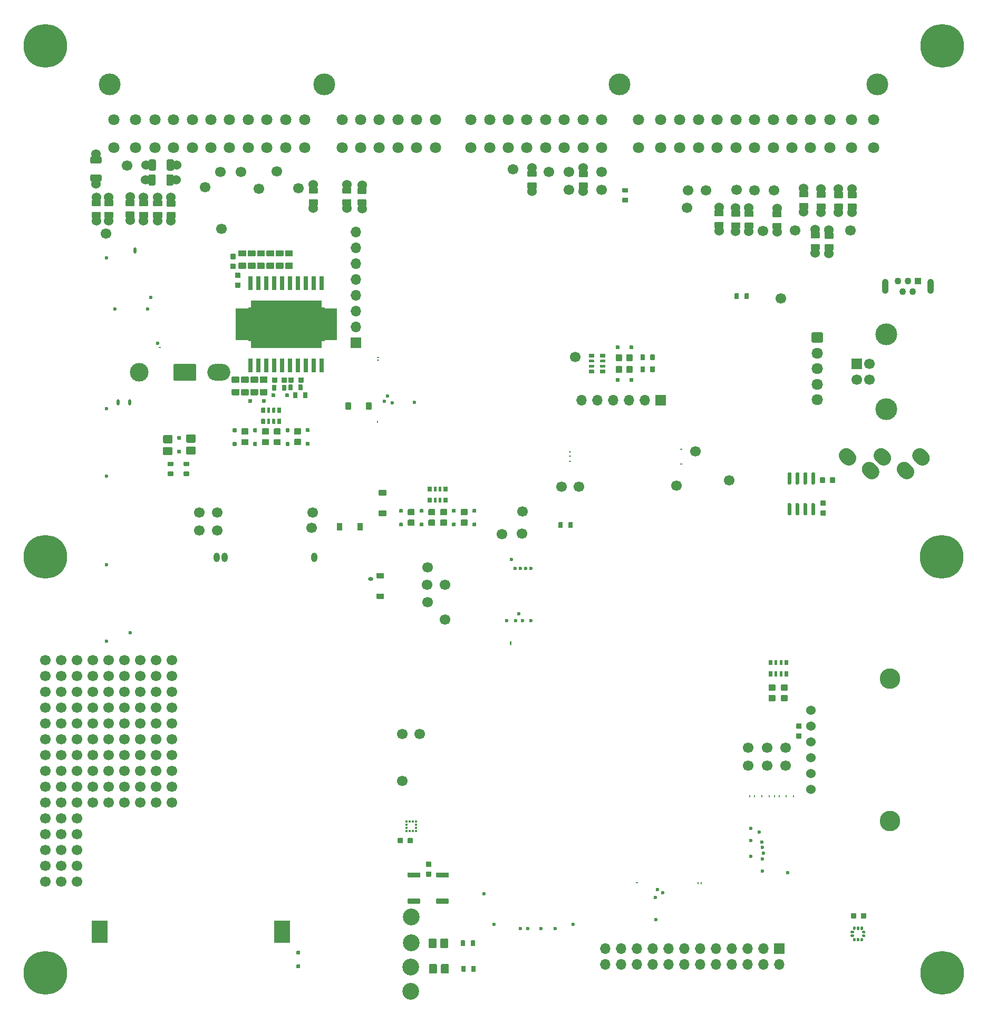
<source format=gts>
G04 #@! TF.GenerationSoftware,KiCad,Pcbnew,(5.99.0-10559-g8513ca974c)*
G04 #@! TF.CreationDate,2021-11-01T12:15:16+02:00*
G04 #@! TF.ProjectId,hellen64_NA8_96,68656c6c-656e-4363-945f-4e41385f3936,a*
G04 #@! TF.SameCoordinates,PX141ef50PYa2cc1bc*
G04 #@! TF.FileFunction,Soldermask,Top*
G04 #@! TF.FilePolarity,Negative*
%FSLAX46Y46*%
G04 Gerber Fmt 4.6, Leading zero omitted, Abs format (unit mm)*
G04 Created by KiCad (PCBNEW (5.99.0-10559-g8513ca974c)) date 2021-11-01 12:15:16*
%MOMM*%
%LPD*%
G01*
G04 APERTURE LIST*
%ADD10C,0.010000*%
%ADD11C,0.599999*%
%ADD12O,0.499999X0.250000*%
%ADD13C,1.524000*%
%ADD14C,1.700000*%
%ADD15R,1.700000X1.700000*%
%ADD16O,1.700000X1.700000*%
%ADD17C,2.700000*%
%ADD18O,1.000001X1.500000*%
%ADD19O,0.800001X0.599999*%
%ADD20C,3.500120*%
%ADD21C,1.800000*%
%ADD22R,1.100000X1.100000*%
%ADD23C,1.100000*%
%ADD24O,1.100000X2.400000*%
%ADD25C,3.500000*%
%ADD26O,0.250000X0.499999*%
%ADD27C,3.302000*%
%ADD28C,7.000000*%
%ADD29R,0.375000X0.350000*%
%ADD30R,0.350000X0.375000*%
%ADD31R,2.600000X3.600000*%
%ADD32O,0.499999X1.000001*%
%ADD33O,0.499999X0.200000*%
%ADD34C,3.000000*%
%ADD35O,3.700000X2.700000*%
%ADD36C,0.600000*%
%ADD37O,0.200000X0.399999*%
%ADD38R,0.800000X2.200000*%
%ADD39R,2.032000X5.080000*%
%ADD40R,11.430000X7.620000*%
%ADD41O,1.850000X1.700000*%
G04 APERTURE END LIST*
D10*
G04 #@! TO.C,U5*
X49372130Y111896940D02*
X49772680Y111896940D01*
X49772680Y111896940D02*
X49772680Y106611020D01*
X49772680Y106611020D02*
X49372130Y106611020D01*
X49372130Y106611020D02*
X49372130Y111896940D01*
G36*
X49772680Y106611020D02*
G01*
X49372130Y106611020D01*
X49372130Y111896940D01*
X49772680Y111896940D01*
X49772680Y106611020D01*
G37*
X49772680Y106611020D02*
X49372130Y106611020D01*
X49372130Y111896940D01*
X49772680Y111896940D01*
X49772680Y106611020D01*
X37568530Y111896940D02*
X37987080Y111896940D01*
X37987080Y111896940D02*
X37987080Y106608480D01*
X37987080Y106608480D02*
X37568530Y106608480D01*
X37568530Y106608480D02*
X37568530Y111896940D01*
G36*
X37987080Y106608480D02*
G01*
X37568530Y106608480D01*
X37568530Y111896940D01*
X37987080Y111896940D01*
X37987080Y106608480D01*
G37*
X37987080Y106608480D02*
X37568530Y106608480D01*
X37568530Y111896940D01*
X37987080Y111896940D01*
X37987080Y106608480D01*
G04 #@! TD*
D11*
G04 #@! TO.C,M4*
X75468535Y17795040D03*
X77043549Y12890031D03*
X89747567Y12899094D03*
X81268539Y12220030D03*
X82443543Y12220030D03*
X84618537Y12220030D03*
X86843539Y12220030D03*
G04 #@! TD*
D12*
G04 #@! TO.C,M9*
X89261466Y87168744D03*
X89261466Y88043744D03*
X89261466Y88743745D03*
X107086464Y89193744D03*
X107086464Y86793741D03*
G04 #@! TD*
G04 #@! TO.C,R32*
G36*
G01*
X48649428Y128280339D02*
X47399428Y128280339D01*
G75*
G02*
X47299428Y128380339I0J100000D01*
G01*
X47299428Y129180339D01*
G75*
G02*
X47399428Y129280339I100000J0D01*
G01*
X48649428Y129280339D01*
G75*
G02*
X48749428Y129180339I0J-100000D01*
G01*
X48749428Y128380339D01*
G75*
G02*
X48649428Y128280339I-100000J0D01*
G01*
G37*
D13*
X48024428Y127825340D03*
X48024428Y131635340D03*
G36*
G01*
X48649428Y130180361D02*
X47399428Y130180361D01*
G75*
G02*
X47299428Y130280361I0J100000D01*
G01*
X47299428Y131080361D01*
G75*
G02*
X47399428Y131180361I100000J0D01*
G01*
X48649428Y131180361D01*
G75*
G02*
X48749428Y131080361I0J-100000D01*
G01*
X48749428Y130280361D01*
G75*
G02*
X48649428Y130180361I-100000J0D01*
G01*
G37*
G04 #@! TD*
D14*
G04 #@! TO.C,P5*
X62302380Y35910220D03*
G04 #@! TD*
G04 #@! TO.C,P6*
X62302380Y43412400D03*
G04 #@! TD*
G04 #@! TO.C,P47*
X33126680Y133730340D03*
G04 #@! TD*
G04 #@! TO.C,R2*
G36*
G01*
X24710000Y87162500D02*
X25490000Y87162500D01*
G75*
G02*
X25560000Y87092500I0J-70000D01*
G01*
X25560000Y86532500D01*
G75*
G02*
X25490000Y86462500I-70000J0D01*
G01*
X24710000Y86462500D01*
G75*
G02*
X24640000Y86532500I0J70000D01*
G01*
X24640000Y87092500D01*
G75*
G02*
X24710000Y87162500I70000J0D01*
G01*
G37*
G36*
G01*
X24710000Y85562500D02*
X25490000Y85562500D01*
G75*
G02*
X25560000Y85492500I0J-70000D01*
G01*
X25560000Y84932500D01*
G75*
G02*
X25490000Y84862500I-70000J0D01*
G01*
X24710000Y84862500D01*
G75*
G02*
X24640000Y84932500I0J70000D01*
G01*
X24640000Y85492500D01*
G75*
G02*
X24710000Y85562500I70000J0D01*
G01*
G37*
G04 #@! TD*
D15*
G04 #@! TO.C,J27*
X103851680Y97005340D03*
D16*
X101311680Y97005340D03*
X98771680Y97005340D03*
X96231680Y97005340D03*
X93691680Y97005340D03*
X91151680Y97005340D03*
G04 #@! TD*
G04 #@! TO.C,R4*
G36*
G01*
X115676680Y113340340D02*
X115676680Y114120340D01*
G75*
G02*
X115746680Y114190340I70000J0D01*
G01*
X116306680Y114190340D01*
G75*
G02*
X116376680Y114120340I0J-70000D01*
G01*
X116376680Y113340340D01*
G75*
G02*
X116306680Y113270340I-70000J0D01*
G01*
X115746680Y113270340D01*
G75*
G02*
X115676680Y113340340I0J70000D01*
G01*
G37*
G36*
G01*
X117276680Y113340340D02*
X117276680Y114120340D01*
G75*
G02*
X117346680Y114190340I70000J0D01*
G01*
X117906680Y114190340D01*
G75*
G02*
X117976680Y114120340I0J-70000D01*
G01*
X117976680Y113340340D01*
G75*
G02*
X117906680Y113270340I-70000J0D01*
G01*
X117346680Y113270340D01*
G75*
G02*
X117276680Y113340340I0J70000D01*
G01*
G37*
G04 #@! TD*
D14*
G04 #@! TO.C,P19*
X116001680Y130780340D03*
G04 #@! TD*
D17*
G04 #@! TO.C,J19*
X63719659Y2136041D03*
G04 #@! TD*
G04 #@! TO.C,C3*
G36*
G01*
X61596678Y25965340D02*
X61596678Y26645340D01*
G75*
G02*
X61681678Y26730340I85000J0D01*
G01*
X62361678Y26730340D01*
G75*
G02*
X62446678Y26645340I0J-85000D01*
G01*
X62446678Y25965340D01*
G75*
G02*
X62361678Y25880340I-85000J0D01*
G01*
X61681678Y25880340D01*
G75*
G02*
X61596678Y25965340I0J85000D01*
G01*
G37*
G36*
G01*
X63176680Y25965340D02*
X63176680Y26645340D01*
G75*
G02*
X63261680Y26730340I85000J0D01*
G01*
X63941680Y26730340D01*
G75*
G02*
X64026680Y26645340I0J-85000D01*
G01*
X64026680Y25965340D01*
G75*
G02*
X63941680Y25880340I-85000J0D01*
G01*
X63261680Y25880340D01*
G75*
G02*
X63176680Y25965340I0J85000D01*
G01*
G37*
G04 #@! TD*
D14*
G04 #@! TO.C,P26*
X90076680Y104005340D03*
G04 #@! TD*
G04 #@! TO.C,G4*
X20210000Y45097322D03*
X20210000Y47637322D03*
X20210000Y50177322D03*
X20210000Y52717322D03*
X20210000Y55257322D03*
X22750000Y45097322D03*
X22750000Y47637322D03*
X22750000Y50177322D03*
X22750000Y52717322D03*
X22750000Y55257322D03*
X25290000Y45097322D03*
X25290000Y47637322D03*
X25290000Y50177322D03*
X25290000Y52717322D03*
X25290000Y55257322D03*
G04 #@! TD*
G04 #@! TO.C,R9*
G36*
G01*
X44026680Y98690340D02*
X44026680Y99470340D01*
G75*
G02*
X44096680Y99540340I70000J0D01*
G01*
X44656680Y99540340D01*
G75*
G02*
X44726680Y99470340I0J-70000D01*
G01*
X44726680Y98690340D01*
G75*
G02*
X44656680Y98620340I-70000J0D01*
G01*
X44096680Y98620340D01*
G75*
G02*
X44026680Y98690340I0J70000D01*
G01*
G37*
G36*
G01*
X45626680Y98690340D02*
X45626680Y99470340D01*
G75*
G02*
X45696680Y99540340I70000J0D01*
G01*
X46256680Y99540340D01*
G75*
G02*
X46326680Y99470340I0J-70000D01*
G01*
X46326680Y98690340D01*
G75*
G02*
X46256680Y98620340I-70000J0D01*
G01*
X45696680Y98620340D01*
G75*
G02*
X45626680Y98690340I0J70000D01*
G01*
G37*
G04 #@! TD*
G04 #@! TO.C,P10*
X89051680Y133680340D03*
G04 #@! TD*
D13*
G04 #@! TO.C,R21*
X55876680Y127800319D03*
G36*
G01*
X56501680Y128255318D02*
X55251680Y128255318D01*
G75*
G02*
X55151680Y128355318I0J100000D01*
G01*
X55151680Y129155318D01*
G75*
G02*
X55251680Y129255318I100000J0D01*
G01*
X56501680Y129255318D01*
G75*
G02*
X56601680Y129155318I0J-100000D01*
G01*
X56601680Y128355318D01*
G75*
G02*
X56501680Y128255318I-100000J0D01*
G01*
G37*
G36*
G01*
X56501680Y130155340D02*
X55251680Y130155340D01*
G75*
G02*
X55151680Y130255340I0J100000D01*
G01*
X55151680Y131055340D01*
G75*
G02*
X55251680Y131155340I100000J0D01*
G01*
X56501680Y131155340D01*
G75*
G02*
X56601680Y131055340I0J-100000D01*
G01*
X56601680Y130255340D01*
G75*
G02*
X56501680Y130155340I-100000J0D01*
G01*
G37*
X55876680Y131610319D03*
G04 #@! TD*
D14*
G04 #@! TO.C,P12*
X29701680Y79005340D03*
G04 #@! TD*
G04 #@! TO.C,G12*
X12590000Y32397322D03*
X12590000Y34937322D03*
X12590000Y37477322D03*
X12590000Y40017322D03*
X12590000Y42557322D03*
X15130000Y32397322D03*
X15130000Y34937322D03*
X15130000Y37477322D03*
X15130000Y40017322D03*
X15130000Y42557322D03*
X17670000Y32397322D03*
X17670000Y34937322D03*
X17670000Y37477322D03*
X17670000Y40017322D03*
X17670000Y42557322D03*
G04 #@! TD*
G04 #@! TO.C,P39*
X118851680Y130755340D03*
G04 #@! TD*
D18*
G04 #@! TO.C,M5*
X32559110Y71817999D03*
X33814975Y71817999D03*
X48190001Y71817999D03*
D19*
X57244999Y68321715D03*
G04 #@! TD*
D14*
G04 #@! TO.C,P40*
X108176680Y130755340D03*
G04 #@! TD*
G04 #@! TO.C,D1*
G36*
G01*
X67906019Y6350340D02*
X67906019Y5110340D01*
G75*
G02*
X67776019Y4980340I-130000J0D01*
G01*
X66736019Y4980340D01*
G75*
G02*
X66606019Y5110340I0J130000D01*
G01*
X66606019Y6350340D01*
G75*
G02*
X66736019Y6480340I130000J0D01*
G01*
X67776019Y6480340D01*
G75*
G02*
X67906019Y6350340I0J-130000D01*
G01*
G37*
G36*
G01*
X69806040Y6350340D02*
X69806040Y5110340D01*
G75*
G02*
X69676040Y4980340I-130000J0D01*
G01*
X68636040Y4980340D01*
G75*
G02*
X68506040Y5110340I0J130000D01*
G01*
X68506040Y6350340D01*
G75*
G02*
X68636040Y6480340I130000J0D01*
G01*
X69676040Y6480340D01*
G75*
G02*
X69806040Y6350340I0J-130000D01*
G01*
G37*
G04 #@! TD*
G04 #@! TO.C,R48*
G36*
G01*
X113801680Y124655339D02*
X112551680Y124655339D01*
G75*
G02*
X112451680Y124755339I0J100000D01*
G01*
X112451680Y125555339D01*
G75*
G02*
X112551680Y125655339I100000J0D01*
G01*
X113801680Y125655339D01*
G75*
G02*
X113901680Y125555339I0J-100000D01*
G01*
X113901680Y124755339D01*
G75*
G02*
X113801680Y124655339I-100000J0D01*
G01*
G37*
D13*
X113176680Y124200340D03*
X113176680Y128010340D03*
G36*
G01*
X113801680Y126555361D02*
X112551680Y126555361D01*
G75*
G02*
X112451680Y126655361I0J100000D01*
G01*
X112451680Y127455361D01*
G75*
G02*
X112551680Y127555361I100000J0D01*
G01*
X113801680Y127555361D01*
G75*
G02*
X113901680Y127455361I0J-100000D01*
G01*
X113901680Y126655361D01*
G75*
G02*
X113801680Y126555361I-100000J0D01*
G01*
G37*
G04 #@! TD*
G04 #@! TO.C,D15*
G36*
G01*
X62411889Y79496090D02*
X62411889Y79016090D01*
G75*
G02*
X62351889Y78956090I-60000J0D01*
G01*
X61871889Y78956090D01*
G75*
G02*
X61811889Y79016090I0J60000D01*
G01*
X61811889Y79496090D01*
G75*
G02*
X61871889Y79556090I60000J0D01*
G01*
X62351889Y79556090D01*
G75*
G02*
X62411889Y79496090I0J-60000D01*
G01*
G37*
G36*
G01*
X62411889Y77296090D02*
X62411889Y76816090D01*
G75*
G02*
X62351889Y76756090I-60000J0D01*
G01*
X61871889Y76756090D01*
G75*
G02*
X61811889Y76816090I0J60000D01*
G01*
X61811889Y77296090D01*
G75*
G02*
X61871889Y77356090I60000J0D01*
G01*
X62351889Y77356090D01*
G75*
G02*
X62411889Y77296090I0J-60000D01*
G01*
G37*
G04 #@! TD*
G04 #@! TO.C,C7*
G36*
G01*
X34790197Y120526785D02*
X35470197Y120526785D01*
G75*
G02*
X35555197Y120441785I0J-85000D01*
G01*
X35555197Y119761785D01*
G75*
G02*
X35470197Y119676785I-85000J0D01*
G01*
X34790197Y119676785D01*
G75*
G02*
X34705197Y119761785I0J85000D01*
G01*
X34705197Y120441785D01*
G75*
G02*
X34790197Y120526785I85000J0D01*
G01*
G37*
G36*
G01*
X34790197Y118946783D02*
X35470197Y118946783D01*
G75*
G02*
X35555197Y118861783I0J-85000D01*
G01*
X35555197Y118181783D01*
G75*
G02*
X35470197Y118096783I-85000J0D01*
G01*
X34790197Y118096783D01*
G75*
G02*
X34705197Y118181783I0J85000D01*
G01*
X34705197Y118861783D01*
G75*
G02*
X34790197Y118946783I85000J0D01*
G01*
G37*
G04 #@! TD*
G04 #@! TO.C,C1*
G36*
G01*
X66211680Y22945341D02*
X66891680Y22945341D01*
G75*
G02*
X66976680Y22860341I0J-85000D01*
G01*
X66976680Y22180341D01*
G75*
G02*
X66891680Y22095341I-85000J0D01*
G01*
X66211680Y22095341D01*
G75*
G02*
X66126680Y22180341I0J85000D01*
G01*
X66126680Y22860341D01*
G75*
G02*
X66211680Y22945341I85000J0D01*
G01*
G37*
G36*
G01*
X66211680Y21365339D02*
X66891680Y21365339D01*
G75*
G02*
X66976680Y21280339I0J-85000D01*
G01*
X66976680Y20600339D01*
G75*
G02*
X66891680Y20515339I-85000J0D01*
G01*
X66211680Y20515339D01*
G75*
G02*
X66126680Y20600339I0J85000D01*
G01*
X66126680Y21280339D01*
G75*
G02*
X66211680Y21365339I85000J0D01*
G01*
G37*
G04 #@! TD*
D14*
G04 #@! TO.C,P15*
X134251680Y124255340D03*
G04 #@! TD*
G04 #@! TO.C,S1*
G36*
G01*
X63281680Y21205341D02*
X65121680Y21205341D01*
G75*
G02*
X65201680Y21125341I0J-80000D01*
G01*
X65201680Y20485341D01*
G75*
G02*
X65121680Y20405341I-80000J0D01*
G01*
X63281680Y20405341D01*
G75*
G02*
X63201680Y20485341I0J80000D01*
G01*
X63201680Y21125341D01*
G75*
G02*
X63281680Y21205341I80000J0D01*
G01*
G37*
G36*
G01*
X63281680Y17005340D02*
X65121680Y17005340D01*
G75*
G02*
X65201680Y16925340I0J-80000D01*
G01*
X65201680Y16285340D01*
G75*
G02*
X65121680Y16205340I-80000J0D01*
G01*
X63281680Y16205340D01*
G75*
G02*
X63201680Y16285340I0J80000D01*
G01*
X63201680Y16925340D01*
G75*
G02*
X63281680Y17005340I80000J0D01*
G01*
G37*
G04 #@! TD*
G04 #@! TO.C,D6*
G36*
G01*
X71811891Y79556089D02*
X72711891Y79556089D01*
G75*
G02*
X72811891Y79456089I0J-100000D01*
G01*
X72811891Y78656089D01*
G75*
G02*
X72711891Y78556089I-100000J0D01*
G01*
X71811891Y78556089D01*
G75*
G02*
X71711891Y78656089I0J100000D01*
G01*
X71711891Y79456089D01*
G75*
G02*
X71811891Y79556089I100000J0D01*
G01*
G37*
G36*
G01*
X71811891Y77856089D02*
X72711891Y77856089D01*
G75*
G02*
X72811891Y77756089I0J-100000D01*
G01*
X72811891Y76956089D01*
G75*
G02*
X72711891Y76856089I-100000J0D01*
G01*
X71811891Y76856089D01*
G75*
G02*
X71711891Y76956089I0J100000D01*
G01*
X71711891Y77756089D01*
G75*
G02*
X71811891Y77856089I100000J0D01*
G01*
G37*
G04 #@! TD*
G04 #@! TO.C,P21*
X39276680Y131005340D03*
G04 #@! TD*
G04 #@! TO.C,C4*
G36*
G01*
X131806682Y84545340D02*
X131806682Y83865340D01*
G75*
G02*
X131721682Y83780340I-85000J0D01*
G01*
X131041682Y83780340D01*
G75*
G02*
X130956682Y83865340I0J85000D01*
G01*
X130956682Y84545340D01*
G75*
G02*
X131041682Y84630340I85000J0D01*
G01*
X131721682Y84630340D01*
G75*
G02*
X131806682Y84545340I0J-85000D01*
G01*
G37*
G36*
G01*
X130226680Y84545340D02*
X130226680Y83865340D01*
G75*
G02*
X130141680Y83780340I-85000J0D01*
G01*
X129461680Y83780340D01*
G75*
G02*
X129376680Y83865340I0J85000D01*
G01*
X129376680Y84545340D01*
G75*
G02*
X129461680Y84630340I85000J0D01*
G01*
X130141680Y84630340D01*
G75*
G02*
X130226680Y84545340I0J-85000D01*
G01*
G37*
G04 #@! TD*
G04 #@! TO.C,R24*
G36*
G01*
X116501680Y124605339D02*
X115251680Y124605339D01*
G75*
G02*
X115151680Y124705339I0J100000D01*
G01*
X115151680Y125505339D01*
G75*
G02*
X115251680Y125605339I100000J0D01*
G01*
X116501680Y125605339D01*
G75*
G02*
X116601680Y125505339I0J-100000D01*
G01*
X116601680Y124705339D01*
G75*
G02*
X116501680Y124605339I-100000J0D01*
G01*
G37*
D13*
X115876680Y124150340D03*
G36*
G01*
X116501680Y126505361D02*
X115251680Y126505361D01*
G75*
G02*
X115151680Y126605361I0J100000D01*
G01*
X115151680Y127405361D01*
G75*
G02*
X115251680Y127505361I100000J0D01*
G01*
X116501680Y127505361D01*
G75*
G02*
X116601680Y127405361I0J-100000D01*
G01*
X116601680Y126605361D01*
G75*
G02*
X116501680Y126505361I-100000J0D01*
G01*
G37*
X115876680Y127960340D03*
G04 #@! TD*
G04 #@! TO.C,D28*
G36*
G01*
X55996680Y77215340D02*
X55996680Y76195340D01*
G75*
G02*
X55906680Y76105340I-90000J0D01*
G01*
X55186680Y76105340D01*
G75*
G02*
X55096680Y76195340I0J90000D01*
G01*
X55096680Y77215340D01*
G75*
G02*
X55186680Y77305340I90000J0D01*
G01*
X55906680Y77305340D01*
G75*
G02*
X55996680Y77215340I0J-90000D01*
G01*
G37*
G36*
G01*
X52696680Y77215340D02*
X52696680Y76195340D01*
G75*
G02*
X52606680Y76105340I-90000J0D01*
G01*
X51886680Y76105340D01*
G75*
G02*
X51796680Y76195340I0J90000D01*
G01*
X51796680Y77215340D01*
G75*
G02*
X51886680Y77305340I90000J0D01*
G01*
X52606680Y77305340D01*
G75*
G02*
X52696680Y77215340I0J-90000D01*
G01*
G37*
G04 #@! TD*
G04 #@! TO.C,D12*
G36*
G01*
X74199386Y79494591D02*
X74199386Y79014591D01*
G75*
G02*
X74139386Y78954591I-60000J0D01*
G01*
X73659386Y78954591D01*
G75*
G02*
X73599386Y79014591I0J60000D01*
G01*
X73599386Y79494591D01*
G75*
G02*
X73659386Y79554591I60000J0D01*
G01*
X74139386Y79554591D01*
G75*
G02*
X74199386Y79494591I0J-60000D01*
G01*
G37*
G36*
G01*
X74199386Y77294591D02*
X74199386Y76814591D01*
G75*
G02*
X74139386Y76754591I-60000J0D01*
G01*
X73659386Y76754591D01*
G75*
G02*
X73599386Y76814591I0J60000D01*
G01*
X73599386Y77294591D01*
G75*
G02*
X73659386Y77354591I60000J0D01*
G01*
X74139386Y77354591D01*
G75*
G02*
X74199386Y77294591I0J-60000D01*
G01*
G37*
G04 #@! TD*
G04 #@! TO.C,R42*
G36*
G01*
X13826680Y126280339D02*
X12576680Y126280339D01*
G75*
G02*
X12476680Y126380339I0J100000D01*
G01*
X12476680Y127180339D01*
G75*
G02*
X12576680Y127280339I100000J0D01*
G01*
X13826680Y127280339D01*
G75*
G02*
X13926680Y127180339I0J-100000D01*
G01*
X13926680Y126380339D01*
G75*
G02*
X13826680Y126280339I-100000J0D01*
G01*
G37*
X13201680Y125825340D03*
X13201680Y129635340D03*
G36*
G01*
X13826680Y128180361D02*
X12576680Y128180361D01*
G75*
G02*
X12476680Y128280361I0J100000D01*
G01*
X12476680Y129080361D01*
G75*
G02*
X12576680Y129180361I100000J0D01*
G01*
X13826680Y129180361D01*
G75*
G02*
X13926680Y129080361I0J-100000D01*
G01*
X13926680Y128280361D01*
G75*
G02*
X13826680Y128180361I-100000J0D01*
G01*
G37*
G04 #@! TD*
D20*
G04 #@! TO.C,P2*
X138640980Y147779760D03*
X15340980Y147779760D03*
X49790980Y147779760D03*
X97190980Y147779760D03*
D21*
X15990980Y137579120D03*
X19488560Y137579120D03*
X22589900Y137579120D03*
X25589640Y137579120D03*
X28589380Y137579120D03*
X31589120Y137579120D03*
X34588860Y137579120D03*
X37588600Y137579120D03*
X40588340Y137579120D03*
X43588080Y137579120D03*
X46689420Y137579120D03*
X15990980Y142080000D03*
X19488560Y142080000D03*
X22589900Y142080000D03*
X25589640Y142080000D03*
X28589380Y142080000D03*
X31589120Y142080000D03*
X34588860Y142080000D03*
X37588600Y142080000D03*
X40588340Y142080000D03*
X43588080Y142080000D03*
X46689420Y142080000D03*
X73340980Y137579120D03*
X76340720Y137579120D03*
X79340460Y137579120D03*
X82340200Y137579120D03*
X85342480Y137579120D03*
X88342220Y137579120D03*
X91341960Y137579120D03*
X94341700Y137579120D03*
X73340980Y142080000D03*
X76340720Y142080000D03*
X79340460Y142080000D03*
X82340200Y142080000D03*
X85342480Y142080000D03*
X88342220Y142080000D03*
X91341960Y142080000D03*
X94341700Y142080000D03*
X100287840Y137579120D03*
X103787960Y137579120D03*
X106891840Y137579120D03*
X109891580Y137579120D03*
X112891320Y137579120D03*
X115891060Y137579120D03*
X118890800Y137579120D03*
X121890540Y137579120D03*
X124890280Y137579120D03*
X127890020Y137579120D03*
X130991360Y137579120D03*
X134491480Y137579120D03*
X137991600Y137579120D03*
X100287840Y142080000D03*
X103787960Y142080000D03*
X106891840Y142080000D03*
X109891580Y142080000D03*
X112891320Y142080000D03*
X115891060Y142080000D03*
X118890800Y142080000D03*
X121890540Y142080000D03*
X124890280Y142080000D03*
X127890020Y142080000D03*
X130991360Y142080000D03*
X134491480Y142080000D03*
X137991600Y142080000D03*
X52640980Y137579120D03*
X55640720Y137579120D03*
X58640460Y137579120D03*
X61640200Y137579120D03*
X64642480Y137579120D03*
X67642220Y137579120D03*
X52640980Y142080000D03*
X55640720Y142080000D03*
X58640460Y142080000D03*
X61640200Y142080000D03*
X64642480Y142080000D03*
X67642220Y142080000D03*
G04 #@! TD*
G04 #@! TO.C,D22*
G36*
G01*
X38989177Y92443841D02*
X38989177Y91963841D01*
G75*
G02*
X38929177Y91903841I-60000J0D01*
G01*
X38449177Y91903841D01*
G75*
G02*
X38389177Y91963841I0J60000D01*
G01*
X38389177Y92443841D01*
G75*
G02*
X38449177Y92503841I60000J0D01*
G01*
X38929177Y92503841D01*
G75*
G02*
X38989177Y92443841I0J-60000D01*
G01*
G37*
G36*
G01*
X38989177Y90243841D02*
X38989177Y89763841D01*
G75*
G02*
X38929177Y89703841I-60000J0D01*
G01*
X38449177Y89703841D01*
G75*
G02*
X38389177Y89763841I0J60000D01*
G01*
X38389177Y90243841D01*
G75*
G02*
X38449177Y90303841I60000J0D01*
G01*
X38929177Y90303841D01*
G75*
G02*
X38989177Y90243841I0J-60000D01*
G01*
G37*
G04 #@! TD*
D14*
G04 #@! TO.C,P56*
X42200000Y133780340D03*
G04 #@! TD*
G04 #@! TO.C,P52*
X125401680Y124255340D03*
G04 #@! TD*
G04 #@! TO.C,D11*
G36*
G01*
X28995000Y90212521D02*
X27755000Y90212521D01*
G75*
G02*
X27625000Y90342521I0J130000D01*
G01*
X27625000Y91382521D01*
G75*
G02*
X27755000Y91512521I130000J0D01*
G01*
X28995000Y91512521D01*
G75*
G02*
X29125000Y91382521I0J-130000D01*
G01*
X29125000Y90342521D01*
G75*
G02*
X28995000Y90212521I-130000J0D01*
G01*
G37*
G36*
G01*
X28995000Y88312500D02*
X27755000Y88312500D01*
G75*
G02*
X27625000Y88442500I0J130000D01*
G01*
X27625000Y89482500D01*
G75*
G02*
X27755000Y89612500I130000J0D01*
G01*
X28995000Y89612500D01*
G75*
G02*
X29125000Y89482500I0J-130000D01*
G01*
X29125000Y88442500D01*
G75*
G02*
X28995000Y88312500I-130000J0D01*
G01*
G37*
G04 #@! TD*
G04 #@! TO.C,C17*
G36*
G01*
X39526680Y100830340D02*
X40576680Y100830340D01*
G75*
G02*
X40676680Y100730340I0J-100000D01*
G01*
X40676680Y99930340D01*
G75*
G02*
X40576680Y99830340I-100000J0D01*
G01*
X39526680Y99830340D01*
G75*
G02*
X39426680Y99930340I0J100000D01*
G01*
X39426680Y100730340D01*
G75*
G02*
X39526680Y100830340I100000J0D01*
G01*
G37*
G36*
G01*
X39526680Y98830340D02*
X40576680Y98830340D01*
G75*
G02*
X40676680Y98730340I0J-100000D01*
G01*
X40676680Y97930340D01*
G75*
G02*
X40576680Y97830340I-100000J0D01*
G01*
X39526680Y97830340D01*
G75*
G02*
X39426680Y97930340I0J100000D01*
G01*
X39426680Y98730340D01*
G75*
G02*
X39526680Y98830340I100000J0D01*
G01*
G37*
G04 #@! TD*
G04 #@! TO.C,P46*
X123101680Y113330340D03*
G04 #@! TD*
G04 #@! TO.C,P44*
X90726680Y83130340D03*
G04 #@! TD*
G04 #@! TO.C,P13*
X32601680Y76105340D03*
G04 #@! TD*
G04 #@! TO.C,R11*
G36*
G01*
X98516680Y128805340D02*
X97736680Y128805340D01*
G75*
G02*
X97666680Y128875340I0J70000D01*
G01*
X97666680Y129435340D01*
G75*
G02*
X97736680Y129505340I70000J0D01*
G01*
X98516680Y129505340D01*
G75*
G02*
X98586680Y129435340I0J-70000D01*
G01*
X98586680Y128875340D01*
G75*
G02*
X98516680Y128805340I-70000J0D01*
G01*
G37*
G36*
G01*
X98516680Y130405340D02*
X97736680Y130405340D01*
G75*
G02*
X97666680Y130475340I0J70000D01*
G01*
X97666680Y131035340D01*
G75*
G02*
X97736680Y131105340I70000J0D01*
G01*
X98516680Y131105340D01*
G75*
G02*
X98586680Y131035340I0J-70000D01*
G01*
X98586680Y130475340D01*
G75*
G02*
X98516680Y130405340I-70000J0D01*
G01*
G37*
G04 #@! TD*
G04 #@! TO.C,R6*
G36*
G01*
X69601680Y83115340D02*
X69601680Y82445340D01*
G75*
G02*
X69536680Y82380340I-65000J0D01*
G01*
X69016680Y82380340D01*
G75*
G02*
X68951680Y82445340I0J65000D01*
G01*
X68951680Y83115340D01*
G75*
G02*
X69016680Y83180340I65000J0D01*
G01*
X69536680Y83180340D01*
G75*
G02*
X69601680Y83115340I0J-65000D01*
G01*
G37*
G36*
G01*
X68626680Y83135340D02*
X68626680Y82425340D01*
G75*
G02*
X68581680Y82380340I-45000J0D01*
G01*
X68221680Y82380340D01*
G75*
G02*
X68176680Y82425340I0J45000D01*
G01*
X68176680Y83135340D01*
G75*
G02*
X68221680Y83180340I45000J0D01*
G01*
X68581680Y83180340D01*
G75*
G02*
X68626680Y83135340I0J-45000D01*
G01*
G37*
G36*
G01*
X67826680Y83135340D02*
X67826680Y82425340D01*
G75*
G02*
X67781680Y82380340I-45000J0D01*
G01*
X67421680Y82380340D01*
G75*
G02*
X67376680Y82425340I0J45000D01*
G01*
X67376680Y83135340D01*
G75*
G02*
X67421680Y83180340I45000J0D01*
G01*
X67781680Y83180340D01*
G75*
G02*
X67826680Y83135340I0J-45000D01*
G01*
G37*
G36*
G01*
X67051680Y83115340D02*
X67051680Y82445340D01*
G75*
G02*
X66986680Y82380340I-65000J0D01*
G01*
X66466680Y82380340D01*
G75*
G02*
X66401680Y82445340I0J65000D01*
G01*
X66401680Y83115340D01*
G75*
G02*
X66466680Y83180340I65000J0D01*
G01*
X66986680Y83180340D01*
G75*
G02*
X67051680Y83115340I0J-65000D01*
G01*
G37*
G36*
G01*
X67051680Y81315340D02*
X67051680Y80645340D01*
G75*
G02*
X66986680Y80580340I-65000J0D01*
G01*
X66466680Y80580340D01*
G75*
G02*
X66401680Y80645340I0J65000D01*
G01*
X66401680Y81315340D01*
G75*
G02*
X66466680Y81380340I65000J0D01*
G01*
X66986680Y81380340D01*
G75*
G02*
X67051680Y81315340I0J-65000D01*
G01*
G37*
G36*
G01*
X67826680Y81335340D02*
X67826680Y80625340D01*
G75*
G02*
X67781680Y80580340I-45000J0D01*
G01*
X67421680Y80580340D01*
G75*
G02*
X67376680Y80625340I0J45000D01*
G01*
X67376680Y81335340D01*
G75*
G02*
X67421680Y81380340I45000J0D01*
G01*
X67781680Y81380340D01*
G75*
G02*
X67826680Y81335340I0J-45000D01*
G01*
G37*
G36*
G01*
X68626680Y81335340D02*
X68626680Y80625340D01*
G75*
G02*
X68581680Y80580340I-45000J0D01*
G01*
X68221680Y80580340D01*
G75*
G02*
X68176680Y80625340I0J45000D01*
G01*
X68176680Y81335340D01*
G75*
G02*
X68221680Y81380340I45000J0D01*
G01*
X68581680Y81380340D01*
G75*
G02*
X68626680Y81335340I0J-45000D01*
G01*
G37*
G36*
G01*
X69601680Y81315340D02*
X69601680Y80645340D01*
G75*
G02*
X69536680Y80580340I-65000J0D01*
G01*
X69016680Y80580340D01*
G75*
G02*
X68951680Y80645340I0J65000D01*
G01*
X68951680Y81315340D01*
G75*
G02*
X69016680Y81380340I65000J0D01*
G01*
X69536680Y81380340D01*
G75*
G02*
X69601680Y81315340I0J-65000D01*
G01*
G37*
G04 #@! TD*
D17*
G04 #@! TO.C,J20*
X63719659Y6008843D03*
G04 #@! TD*
D14*
G04 #@! TO.C,P29*
X120901680Y41205340D03*
G04 #@! TD*
G04 #@! TO.C,P37*
X122026680Y130730340D03*
G04 #@! TD*
G04 #@! TO.C,R43*
G36*
G01*
X54051680Y128280339D02*
X52801680Y128280339D01*
G75*
G02*
X52701680Y128380339I0J100000D01*
G01*
X52701680Y129180339D01*
G75*
G02*
X52801680Y129280339I100000J0D01*
G01*
X54051680Y129280339D01*
G75*
G02*
X54151680Y129180339I0J-100000D01*
G01*
X54151680Y128380339D01*
G75*
G02*
X54051680Y128280339I-100000J0D01*
G01*
G37*
D13*
X53426680Y127825340D03*
G36*
G01*
X54051680Y130180361D02*
X52801680Y130180361D01*
G75*
G02*
X52701680Y130280361I0J100000D01*
G01*
X52701680Y131080361D01*
G75*
G02*
X52801680Y131180361I100000J0D01*
G01*
X54051680Y131180361D01*
G75*
G02*
X54151680Y131080361I0J-100000D01*
G01*
X54151680Y130280361D01*
G75*
G02*
X54051680Y130180361I-100000J0D01*
G01*
G37*
X53426680Y131635340D03*
G04 #@! TD*
D22*
G04 #@! TO.C,J1*
X145101680Y116180340D03*
D23*
X144301680Y114430340D03*
X143501680Y116180340D03*
X142701680Y114430340D03*
X141901680Y116180340D03*
D24*
X147151680Y115305340D03*
X139851680Y115305340D03*
G04 #@! TD*
D14*
G04 #@! TO.C,P35*
X66326680Y67405340D03*
G04 #@! TD*
D15*
G04 #@! TO.C,J6*
X54901680Y106280340D03*
D16*
X54901680Y108820340D03*
X54901680Y111360340D03*
X54901680Y113900340D03*
X54901680Y116440340D03*
X54901680Y118980340D03*
X54901680Y121520340D03*
X54901680Y124060340D03*
G04 #@! TD*
G04 #@! TO.C,D30*
G36*
G01*
X96662380Y100599897D02*
X97142380Y100599897D01*
G75*
G02*
X97202380Y100539897I0J-60000D01*
G01*
X97202380Y100059897D01*
G75*
G02*
X97142380Y99999897I-60000J0D01*
G01*
X96662380Y99999897D01*
G75*
G02*
X96602380Y100059897I0J60000D01*
G01*
X96602380Y100539897D01*
G75*
G02*
X96662380Y100599897I60000J0D01*
G01*
G37*
G36*
G01*
X98862380Y100599897D02*
X99342380Y100599897D01*
G75*
G02*
X99402380Y100539897I0J-60000D01*
G01*
X99402380Y100059897D01*
G75*
G02*
X99342380Y99999897I-60000J0D01*
G01*
X98862380Y99999897D01*
G75*
G02*
X98802380Y100059897I0J60000D01*
G01*
X98802380Y100539897D01*
G75*
G02*
X98862380Y100599897I60000J0D01*
G01*
G37*
G04 #@! TD*
D14*
G04 #@! TO.C,P30*
X120901680Y38370220D03*
G04 #@! TD*
D15*
G04 #@! TO.C,J5*
X135316680Y102855340D03*
D14*
X135316680Y100355340D03*
X137316680Y100355340D03*
X137316680Y102855340D03*
D25*
X140026680Y95585340D03*
X140026680Y107625340D03*
G04 #@! TD*
D14*
G04 #@! TO.C,P4*
X65112640Y43410220D03*
G04 #@! TD*
G04 #@! TO.C,P25*
X123901680Y38370220D03*
G04 #@! TD*
D26*
G04 #@! TO.C,M8*
X58359046Y93574906D03*
D12*
X58409044Y103924900D03*
X58409044Y103424899D03*
D11*
X59459042Y96874902D03*
X59984042Y97749904D03*
X60734040Y96574900D03*
X64284041Y96649903D03*
G04 #@! TD*
D27*
G04 #@! TO.C,U2*
X140601680Y52290340D03*
X140601680Y29430340D03*
D13*
X127901680Y47210340D03*
X127901680Y44670340D03*
X127901680Y42130340D03*
X127901680Y39590340D03*
X127901680Y37050340D03*
X127901680Y34510340D03*
G04 #@! TD*
G04 #@! TO.C,R17*
G36*
G01*
X131751680Y130496041D02*
X133001680Y130496041D01*
G75*
G02*
X133101680Y130396041I0J-100000D01*
G01*
X133101680Y129596041D01*
G75*
G02*
X133001680Y129496041I-100000J0D01*
G01*
X131751680Y129496041D01*
G75*
G02*
X131651680Y129596041I0J100000D01*
G01*
X131651680Y130396041D01*
G75*
G02*
X131751680Y130496041I100000J0D01*
G01*
G37*
X132376680Y130951040D03*
X132376680Y127141040D03*
G36*
G01*
X131751680Y128596019D02*
X133001680Y128596019D01*
G75*
G02*
X133101680Y128496019I0J-100000D01*
G01*
X133101680Y127696019D01*
G75*
G02*
X133001680Y127596019I-100000J0D01*
G01*
X131751680Y127596019D01*
G75*
G02*
X131651680Y127696019I0J100000D01*
G01*
X131651680Y128496019D01*
G75*
G02*
X131751680Y128596019I100000J0D01*
G01*
G37*
G04 #@! TD*
D14*
G04 #@! TO.C,P27*
X114826680Y84130340D03*
G04 #@! TD*
G04 #@! TO.C,G6*
X4970000Y45097322D03*
X4970000Y47637322D03*
X4970000Y50177322D03*
X4970000Y52717322D03*
X4970000Y55257322D03*
X7510000Y45097322D03*
X7510000Y47637322D03*
X7510000Y50177322D03*
X7510000Y52717322D03*
X7510000Y55257322D03*
X10050000Y45097322D03*
X10050000Y47637322D03*
X10050000Y50177322D03*
X10050000Y52717322D03*
X10050000Y55257322D03*
G04 #@! TD*
G04 #@! TO.C,P55*
X108026680Y127905340D03*
G04 #@! TD*
D13*
G04 #@! TO.C,R8*
X122501680Y124050340D03*
G36*
G01*
X123126680Y124505339D02*
X121876680Y124505339D01*
G75*
G02*
X121776680Y124605339I0J100000D01*
G01*
X121776680Y125405339D01*
G75*
G02*
X121876680Y125505339I100000J0D01*
G01*
X123126680Y125505339D01*
G75*
G02*
X123226680Y125405339I0J-100000D01*
G01*
X123226680Y124605339D01*
G75*
G02*
X123126680Y124505339I-100000J0D01*
G01*
G37*
G36*
G01*
X123126680Y126405361D02*
X121876680Y126405361D01*
G75*
G02*
X121776680Y126505361I0J100000D01*
G01*
X121776680Y127305361D01*
G75*
G02*
X121876680Y127405361I100000J0D01*
G01*
X123126680Y127405361D01*
G75*
G02*
X123226680Y127305361I0J-100000D01*
G01*
X123226680Y126505361D01*
G75*
G02*
X123126680Y126405361I-100000J0D01*
G01*
G37*
X122501680Y127860340D03*
G04 #@! TD*
D14*
G04 #@! TO.C,P34*
X47801680Y76505340D03*
G04 #@! TD*
G04 #@! TO.C,P17*
X69201680Y61805340D03*
G04 #@! TD*
D12*
G04 #@! TO.C,M13*
X99993545Y19553554D03*
D26*
X110343539Y19503556D03*
X109843538Y19503556D03*
D11*
X103293541Y18453558D03*
X104168543Y17928558D03*
X102993539Y17178560D03*
X103068542Y13628559D03*
G04 #@! TD*
G04 #@! TO.C,S2*
G36*
G01*
X67856680Y21205341D02*
X69696680Y21205341D01*
G75*
G02*
X69776680Y21125341I0J-80000D01*
G01*
X69776680Y20485341D01*
G75*
G02*
X69696680Y20405341I-80000J0D01*
G01*
X67856680Y20405341D01*
G75*
G02*
X67776680Y20485341I0J80000D01*
G01*
X67776680Y21125341D01*
G75*
G02*
X67856680Y21205341I80000J0D01*
G01*
G37*
G36*
G01*
X67856680Y17005340D02*
X69696680Y17005340D01*
G75*
G02*
X69776680Y16925340I0J-80000D01*
G01*
X69776680Y16285340D01*
G75*
G02*
X69696680Y16205340I-80000J0D01*
G01*
X67856680Y16205340D01*
G75*
G02*
X67776680Y16285340I0J80000D01*
G01*
X67776680Y16925340D01*
G75*
G02*
X67856680Y17005340I80000J0D01*
G01*
G37*
G04 #@! TD*
D14*
G04 #@! TO.C,P11*
X29701680Y76105340D03*
G04 #@! TD*
G04 #@! TO.C,P50*
X18151680Y134730340D03*
G04 #@! TD*
G04 #@! TO.C,R40*
G36*
G01*
X23666221Y126254437D02*
X22416221Y126254437D01*
G75*
G02*
X22316221Y126354437I0J100000D01*
G01*
X22316221Y127154437D01*
G75*
G02*
X22416221Y127254437I100000J0D01*
G01*
X23666221Y127254437D01*
G75*
G02*
X23766221Y127154437I0J-100000D01*
G01*
X23766221Y126354437D01*
G75*
G02*
X23666221Y126254437I-100000J0D01*
G01*
G37*
D13*
X23041221Y125799438D03*
G36*
G01*
X23666221Y128154459D02*
X22416221Y128154459D01*
G75*
G02*
X22316221Y128254459I0J100000D01*
G01*
X22316221Y129054459D01*
G75*
G02*
X22416221Y129154459I100000J0D01*
G01*
X23666221Y129154459D01*
G75*
G02*
X23766221Y129054459I0J-100000D01*
G01*
X23766221Y128254459D01*
G75*
G02*
X23666221Y128154459I-100000J0D01*
G01*
G37*
X23041221Y129609438D03*
G04 #@! TD*
G04 #@! TO.C,D23*
G36*
G01*
X35701680Y92445340D02*
X35701680Y91965340D01*
G75*
G02*
X35641680Y91905340I-60000J0D01*
G01*
X35161680Y91905340D01*
G75*
G02*
X35101680Y91965340I0J60000D01*
G01*
X35101680Y92445340D01*
G75*
G02*
X35161680Y92505340I60000J0D01*
G01*
X35641680Y92505340D01*
G75*
G02*
X35701680Y92445340I0J-60000D01*
G01*
G37*
G36*
G01*
X35701680Y90245340D02*
X35701680Y89765340D01*
G75*
G02*
X35641680Y89705340I-60000J0D01*
G01*
X35161680Y89705340D01*
G75*
G02*
X35101680Y89765340I0J60000D01*
G01*
X35101680Y90245340D01*
G75*
G02*
X35161680Y90305340I60000J0D01*
G01*
X35641680Y90305340D01*
G75*
G02*
X35701680Y90245340I0J-60000D01*
G01*
G37*
G04 #@! TD*
G04 #@! TO.C,D26*
G36*
G01*
X96602381Y103412402D02*
X96602381Y104312402D01*
G75*
G02*
X96702381Y104412402I100000J0D01*
G01*
X97502381Y104412402D01*
G75*
G02*
X97602381Y104312402I0J-100000D01*
G01*
X97602381Y103412402D01*
G75*
G02*
X97502381Y103312402I-100000J0D01*
G01*
X96702381Y103312402D01*
G75*
G02*
X96602381Y103412402I0J100000D01*
G01*
G37*
G36*
G01*
X98302381Y103412402D02*
X98302381Y104312402D01*
G75*
G02*
X98402381Y104412402I100000J0D01*
G01*
X99202381Y104412402D01*
G75*
G02*
X99302381Y104312402I0J-100000D01*
G01*
X99302381Y103412402D01*
G75*
G02*
X99202381Y103312402I-100000J0D01*
G01*
X98402381Y103312402D01*
G75*
G02*
X98302381Y103412402I0J100000D01*
G01*
G37*
G04 #@! TD*
G04 #@! TO.C,C16*
G36*
G01*
X43605197Y121111784D02*
X44655197Y121111784D01*
G75*
G02*
X44755197Y121011784I0J-100000D01*
G01*
X44755197Y120211784D01*
G75*
G02*
X44655197Y120111784I-100000J0D01*
G01*
X43605197Y120111784D01*
G75*
G02*
X43505197Y120211784I0J100000D01*
G01*
X43505197Y121011784D01*
G75*
G02*
X43605197Y121111784I100000J0D01*
G01*
G37*
G36*
G01*
X43605197Y119111784D02*
X44655197Y119111784D01*
G75*
G02*
X44755197Y119011784I0J-100000D01*
G01*
X44755197Y118211784D01*
G75*
G02*
X44655197Y118111784I-100000J0D01*
G01*
X43605197Y118111784D01*
G75*
G02*
X43505197Y118211784I0J100000D01*
G01*
X43505197Y119011784D01*
G75*
G02*
X43605197Y119111784I100000J0D01*
G01*
G37*
G04 #@! TD*
D28*
G04 #@! TO.C,J13*
X5000000Y5100000D03*
G04 #@! TD*
G04 #@! TO.C,R16*
G36*
G01*
X92367380Y104512400D02*
X93037380Y104512400D01*
G75*
G02*
X93102380Y104447400I0J-65000D01*
G01*
X93102380Y103927400D01*
G75*
G02*
X93037380Y103862400I-65000J0D01*
G01*
X92367380Y103862400D01*
G75*
G02*
X92302380Y103927400I0J65000D01*
G01*
X92302380Y104447400D01*
G75*
G02*
X92367380Y104512400I65000J0D01*
G01*
G37*
G36*
G01*
X92347380Y103537400D02*
X93057380Y103537400D01*
G75*
G02*
X93102380Y103492400I0J-45000D01*
G01*
X93102380Y103132400D01*
G75*
G02*
X93057380Y103087400I-45000J0D01*
G01*
X92347380Y103087400D01*
G75*
G02*
X92302380Y103132400I0J45000D01*
G01*
X92302380Y103492400D01*
G75*
G02*
X92347380Y103537400I45000J0D01*
G01*
G37*
G36*
G01*
X92347380Y102737400D02*
X93057380Y102737400D01*
G75*
G02*
X93102380Y102692400I0J-45000D01*
G01*
X93102380Y102332400D01*
G75*
G02*
X93057380Y102287400I-45000J0D01*
G01*
X92347380Y102287400D01*
G75*
G02*
X92302380Y102332400I0J45000D01*
G01*
X92302380Y102692400D01*
G75*
G02*
X92347380Y102737400I45000J0D01*
G01*
G37*
G36*
G01*
X92367380Y101962400D02*
X93037380Y101962400D01*
G75*
G02*
X93102380Y101897400I0J-65000D01*
G01*
X93102380Y101377400D01*
G75*
G02*
X93037380Y101312400I-65000J0D01*
G01*
X92367380Y101312400D01*
G75*
G02*
X92302380Y101377400I0J65000D01*
G01*
X92302380Y101897400D01*
G75*
G02*
X92367380Y101962400I65000J0D01*
G01*
G37*
G36*
G01*
X94167380Y101962400D02*
X94837380Y101962400D01*
G75*
G02*
X94902380Y101897400I0J-65000D01*
G01*
X94902380Y101377400D01*
G75*
G02*
X94837380Y101312400I-65000J0D01*
G01*
X94167380Y101312400D01*
G75*
G02*
X94102380Y101377400I0J65000D01*
G01*
X94102380Y101897400D01*
G75*
G02*
X94167380Y101962400I65000J0D01*
G01*
G37*
G36*
G01*
X94147380Y102737400D02*
X94857380Y102737400D01*
G75*
G02*
X94902380Y102692400I0J-45000D01*
G01*
X94902380Y102332400D01*
G75*
G02*
X94857380Y102287400I-45000J0D01*
G01*
X94147380Y102287400D01*
G75*
G02*
X94102380Y102332400I0J45000D01*
G01*
X94102380Y102692400D01*
G75*
G02*
X94147380Y102737400I45000J0D01*
G01*
G37*
G36*
G01*
X94147380Y103537400D02*
X94857380Y103537400D01*
G75*
G02*
X94902380Y103492400I0J-45000D01*
G01*
X94902380Y103132400D01*
G75*
G02*
X94857380Y103087400I-45000J0D01*
G01*
X94147380Y103087400D01*
G75*
G02*
X94102380Y103132400I0J45000D01*
G01*
X94102380Y103492400D01*
G75*
G02*
X94147380Y103537400I45000J0D01*
G01*
G37*
G36*
G01*
X94167380Y104512400D02*
X94837380Y104512400D01*
G75*
G02*
X94902380Y104447400I0J-65000D01*
G01*
X94902380Y103927400D01*
G75*
G02*
X94837380Y103862400I-65000J0D01*
G01*
X94167380Y103862400D01*
G75*
G02*
X94102380Y103927400I0J65000D01*
G01*
X94102380Y104447400D01*
G75*
G02*
X94167380Y104512400I65000J0D01*
G01*
G37*
G04 #@! TD*
G04 #@! TO.C,D9*
G36*
G01*
X63311891Y79556089D02*
X64211891Y79556089D01*
G75*
G02*
X64311891Y79456089I0J-100000D01*
G01*
X64311891Y78656089D01*
G75*
G02*
X64211891Y78556089I-100000J0D01*
G01*
X63311891Y78556089D01*
G75*
G02*
X63211891Y78656089I0J100000D01*
G01*
X63211891Y79456089D01*
G75*
G02*
X63311891Y79556089I100000J0D01*
G01*
G37*
G36*
G01*
X63311891Y77856089D02*
X64211891Y77856089D01*
G75*
G02*
X64311891Y77756089I0J-100000D01*
G01*
X64311891Y76956089D01*
G75*
G02*
X64211891Y76856089I-100000J0D01*
G01*
X63311891Y76856089D01*
G75*
G02*
X63211891Y76956089I0J100000D01*
G01*
X63211891Y77756089D01*
G75*
G02*
X63311891Y77856089I100000J0D01*
G01*
G37*
G04 #@! TD*
D14*
G04 #@! TO.C,P3*
X111051680Y130755340D03*
G04 #@! TD*
G04 #@! TO.C,P28*
X81526680Y75580340D03*
G04 #@! TD*
G04 #@! TO.C,P24*
X123901680Y41205340D03*
G04 #@! TD*
G04 #@! TO.C,D8*
G36*
G01*
X66611891Y79556089D02*
X67511891Y79556089D01*
G75*
G02*
X67611891Y79456089I0J-100000D01*
G01*
X67611891Y78656089D01*
G75*
G02*
X67511891Y78556089I-100000J0D01*
G01*
X66611891Y78556089D01*
G75*
G02*
X66511891Y78656089I0J100000D01*
G01*
X66511891Y79456089D01*
G75*
G02*
X66611891Y79556089I100000J0D01*
G01*
G37*
G36*
G01*
X66611891Y77856089D02*
X67511891Y77856089D01*
G75*
G02*
X67611891Y77756089I0J-100000D01*
G01*
X67611891Y76956089D01*
G75*
G02*
X67511891Y76856089I-100000J0D01*
G01*
X66611891Y76856089D01*
G75*
G02*
X66511891Y76956089I0J100000D01*
G01*
X66511891Y77756089D01*
G75*
G02*
X66611891Y77856089I100000J0D01*
G01*
G37*
G04 #@! TD*
G04 #@! TO.C,P8*
X94301680Y130805340D03*
G04 #@! TD*
G04 #@! TO.C,G9*
X4970000Y19697322D03*
X4970000Y22237322D03*
X4970000Y24777322D03*
X4970000Y27317322D03*
X4970000Y29857322D03*
X7510000Y19697322D03*
X7510000Y22237322D03*
X7510000Y24777322D03*
X7510000Y27317322D03*
X7510000Y29857322D03*
X10050000Y19697322D03*
X10050000Y22237322D03*
X10050000Y24777322D03*
X10050000Y27317322D03*
X10050000Y29857322D03*
G04 #@! TD*
G04 #@! TO.C,D14*
G36*
G01*
X65711889Y79496090D02*
X65711889Y79016090D01*
G75*
G02*
X65651889Y78956090I-60000J0D01*
G01*
X65171889Y78956090D01*
G75*
G02*
X65111889Y79016090I0J60000D01*
G01*
X65111889Y79496090D01*
G75*
G02*
X65171889Y79556090I60000J0D01*
G01*
X65651889Y79556090D01*
G75*
G02*
X65711889Y79496090I0J-60000D01*
G01*
G37*
G36*
G01*
X65711889Y77296090D02*
X65711889Y76816090D01*
G75*
G02*
X65651889Y76756090I-60000J0D01*
G01*
X65171889Y76756090D01*
G75*
G02*
X65111889Y76816090I0J60000D01*
G01*
X65111889Y77296090D01*
G75*
G02*
X65171889Y77356090I60000J0D01*
G01*
X65651889Y77356090D01*
G75*
G02*
X65711889Y77296090I0J-60000D01*
G01*
G37*
G04 #@! TD*
D17*
G04 #@! TO.C,J22*
X63726680Y14030340D03*
G04 #@! TD*
G04 #@! TO.C,C13*
G36*
G01*
X41655197Y118111784D02*
X40605197Y118111784D01*
G75*
G02*
X40505197Y118211784I0J100000D01*
G01*
X40505197Y119011784D01*
G75*
G02*
X40605197Y119111784I100000J0D01*
G01*
X41655197Y119111784D01*
G75*
G02*
X41755197Y119011784I0J-100000D01*
G01*
X41755197Y118211784D01*
G75*
G02*
X41655197Y118111784I-100000J0D01*
G01*
G37*
G36*
G01*
X41655197Y120111784D02*
X40605197Y120111784D01*
G75*
G02*
X40505197Y120211784I0J100000D01*
G01*
X40505197Y121011784D01*
G75*
G02*
X40605197Y121111784I100000J0D01*
G01*
X41655197Y121111784D01*
G75*
G02*
X41755197Y121011784I0J-100000D01*
G01*
X41755197Y120211784D01*
G75*
G02*
X41655197Y120111784I-100000J0D01*
G01*
G37*
G04 #@! TD*
G04 #@! TO.C,D29*
G36*
G01*
X96662380Y105812400D02*
X97142380Y105812400D01*
G75*
G02*
X97202380Y105752400I0J-60000D01*
G01*
X97202380Y105272400D01*
G75*
G02*
X97142380Y105212400I-60000J0D01*
G01*
X96662380Y105212400D01*
G75*
G02*
X96602380Y105272400I0J60000D01*
G01*
X96602380Y105752400D01*
G75*
G02*
X96662380Y105812400I60000J0D01*
G01*
G37*
G36*
G01*
X98862380Y105812400D02*
X99342380Y105812400D01*
G75*
G02*
X99402380Y105752400I0J-60000D01*
G01*
X99402380Y105272400D01*
G75*
G02*
X99342380Y105212400I-60000J0D01*
G01*
X98862380Y105212400D01*
G75*
G02*
X98802380Y105272400I0J60000D01*
G01*
X98802380Y105752400D01*
G75*
G02*
X98862380Y105812400I60000J0D01*
G01*
G37*
G04 #@! TD*
D13*
G04 #@! TO.C,R38*
X15176680Y125825340D03*
G36*
G01*
X15801680Y126280339D02*
X14551680Y126280339D01*
G75*
G02*
X14451680Y126380339I0J100000D01*
G01*
X14451680Y127180339D01*
G75*
G02*
X14551680Y127280339I100000J0D01*
G01*
X15801680Y127280339D01*
G75*
G02*
X15901680Y127180339I0J-100000D01*
G01*
X15901680Y126380339D01*
G75*
G02*
X15801680Y126280339I-100000J0D01*
G01*
G37*
X15176680Y129635340D03*
G36*
G01*
X15801680Y128180361D02*
X14551680Y128180361D01*
G75*
G02*
X14451680Y128280361I0J100000D01*
G01*
X14451680Y129080361D01*
G75*
G02*
X14551680Y129180361I100000J0D01*
G01*
X15801680Y129180361D01*
G75*
G02*
X15901680Y129080361I0J-100000D01*
G01*
X15901680Y128280361D01*
G75*
G02*
X15801680Y128180361I-100000J0D01*
G01*
G37*
G04 #@! TD*
G04 #@! TO.C,R44*
X129576680Y127175340D03*
G36*
G01*
X130201680Y127630339D02*
X128951680Y127630339D01*
G75*
G02*
X128851680Y127730339I0J100000D01*
G01*
X128851680Y128530339D01*
G75*
G02*
X128951680Y128630339I100000J0D01*
G01*
X130201680Y128630339D01*
G75*
G02*
X130301680Y128530339I0J-100000D01*
G01*
X130301680Y127730339D01*
G75*
G02*
X130201680Y127630339I-100000J0D01*
G01*
G37*
X129576680Y130985340D03*
G36*
G01*
X130201680Y129530361D02*
X128951680Y129530361D01*
G75*
G02*
X128851680Y129630361I0J100000D01*
G01*
X128851680Y130430361D01*
G75*
G02*
X128951680Y130530361I100000J0D01*
G01*
X130201680Y130530361D01*
G75*
G02*
X130301680Y130430361I0J-100000D01*
G01*
X130301680Y129630361D01*
G75*
G02*
X130201680Y129530361I-100000J0D01*
G01*
G37*
G04 #@! TD*
G04 #@! TO.C,C9*
G36*
G01*
X37155197Y118111784D02*
X36105197Y118111784D01*
G75*
G02*
X36005197Y118211784I0J100000D01*
G01*
X36005197Y119011784D01*
G75*
G02*
X36105197Y119111784I100000J0D01*
G01*
X37155197Y119111784D01*
G75*
G02*
X37255197Y119011784I0J-100000D01*
G01*
X37255197Y118211784D01*
G75*
G02*
X37155197Y118111784I-100000J0D01*
G01*
G37*
G36*
G01*
X37155197Y120111784D02*
X36105197Y120111784D01*
G75*
G02*
X36005197Y120211784I0J100000D01*
G01*
X36005197Y121011784D01*
G75*
G02*
X36105197Y121111784I100000J0D01*
G01*
X37155197Y121111784D01*
G75*
G02*
X37255197Y121011784I0J-100000D01*
G01*
X37255197Y120211784D01*
G75*
G02*
X37155197Y120111784I-100000J0D01*
G01*
G37*
G04 #@! TD*
G04 #@! TO.C,D16*
G36*
G01*
X45051680Y92512399D02*
X45951680Y92512399D01*
G75*
G02*
X46051680Y92412399I0J-100000D01*
G01*
X46051680Y91612399D01*
G75*
G02*
X45951680Y91512399I-100000J0D01*
G01*
X45051680Y91512399D01*
G75*
G02*
X44951680Y91612399I0J100000D01*
G01*
X44951680Y92412399D01*
G75*
G02*
X45051680Y92512399I100000J0D01*
G01*
G37*
G36*
G01*
X45051680Y90812399D02*
X45951680Y90812399D01*
G75*
G02*
X46051680Y90712399I0J-100000D01*
G01*
X46051680Y89912399D01*
G75*
G02*
X45951680Y89812399I-100000J0D01*
G01*
X45051680Y89812399D01*
G75*
G02*
X44951680Y89912399I0J100000D01*
G01*
X44951680Y90712399D01*
G75*
G02*
X45051680Y90812399I100000J0D01*
G01*
G37*
G04 #@! TD*
G04 #@! TO.C,M3*
G36*
G01*
X79638541Y57788843D02*
X79638541Y58238843D01*
G75*
G02*
X79763541Y58363843I125000J0D01*
G01*
X79763541Y58363843D01*
G75*
G02*
X79888541Y58238843I0J-125000D01*
G01*
X79888541Y57788843D01*
G75*
G02*
X79763541Y57663843I-125000J0D01*
G01*
X79763541Y57663843D01*
G75*
G02*
X79638541Y57788843I0J125000D01*
G01*
G37*
G04 #@! TD*
G04 #@! TO.C,R3*
G36*
G01*
X87401680Y76590340D02*
X87401680Y77370340D01*
G75*
G02*
X87471680Y77440340I70000J0D01*
G01*
X88031680Y77440340D01*
G75*
G02*
X88101680Y77370340I0J-70000D01*
G01*
X88101680Y76590340D01*
G75*
G02*
X88031680Y76520340I-70000J0D01*
G01*
X87471680Y76520340D01*
G75*
G02*
X87401680Y76590340I0J70000D01*
G01*
G37*
G36*
G01*
X89001680Y76590340D02*
X89001680Y77370340D01*
G75*
G02*
X89071680Y77440340I70000J0D01*
G01*
X89631680Y77440340D01*
G75*
G02*
X89701680Y77370340I0J-70000D01*
G01*
X89701680Y76590340D01*
G75*
G02*
X89631680Y76520340I-70000J0D01*
G01*
X89071680Y76520340D01*
G75*
G02*
X89001680Y76590340I0J70000D01*
G01*
G37*
G04 #@! TD*
G04 #@! TO.C,R10*
G36*
G01*
X43701680Y99445340D02*
X43701680Y98665340D01*
G75*
G02*
X43631680Y98595340I-70000J0D01*
G01*
X43071680Y98595340D01*
G75*
G02*
X43001680Y98665340I0J70000D01*
G01*
X43001680Y99445340D01*
G75*
G02*
X43071680Y99515340I70000J0D01*
G01*
X43631680Y99515340D01*
G75*
G02*
X43701680Y99445340I0J-70000D01*
G01*
G37*
G36*
G01*
X42101680Y99445340D02*
X42101680Y98665340D01*
G75*
G02*
X42031680Y98595340I-70000J0D01*
G01*
X41471680Y98595340D01*
G75*
G02*
X41401680Y98665340I0J70000D01*
G01*
X41401680Y99445340D01*
G75*
G02*
X41471680Y99515340I70000J0D01*
G01*
X42031680Y99515340D01*
G75*
G02*
X42101680Y99445340I0J-70000D01*
G01*
G37*
G04 #@! TD*
G04 #@! TO.C,D19*
G36*
G01*
X36601682Y92505339D02*
X37501682Y92505339D01*
G75*
G02*
X37601682Y92405339I0J-100000D01*
G01*
X37601682Y91605339D01*
G75*
G02*
X37501682Y91505339I-100000J0D01*
G01*
X36601682Y91505339D01*
G75*
G02*
X36501682Y91605339I0J100000D01*
G01*
X36501682Y92405339D01*
G75*
G02*
X36601682Y92505339I100000J0D01*
G01*
G37*
G36*
G01*
X36601682Y90805339D02*
X37501682Y90805339D01*
G75*
G02*
X37601682Y90705339I0J-100000D01*
G01*
X37601682Y89905339D01*
G75*
G02*
X37501682Y89805339I-100000J0D01*
G01*
X36601682Y89805339D01*
G75*
G02*
X36501682Y89905339I0J100000D01*
G01*
X36501682Y90705339D01*
G75*
G02*
X36601682Y90805339I100000J0D01*
G01*
G37*
G04 #@! TD*
G04 #@! TO.C,D21*
G36*
G01*
X44201680Y92445340D02*
X44201680Y91965340D01*
G75*
G02*
X44141680Y91905340I-60000J0D01*
G01*
X43661680Y91905340D01*
G75*
G02*
X43601680Y91965340I0J60000D01*
G01*
X43601680Y92445340D01*
G75*
G02*
X43661680Y92505340I60000J0D01*
G01*
X44141680Y92505340D01*
G75*
G02*
X44201680Y92445340I0J-60000D01*
G01*
G37*
G36*
G01*
X44201680Y90245340D02*
X44201680Y89765340D01*
G75*
G02*
X44141680Y89705340I-60000J0D01*
G01*
X43661680Y89705340D01*
G75*
G02*
X43601680Y89765340I0J60000D01*
G01*
X43601680Y90245340D01*
G75*
G02*
X43661680Y90305340I60000J0D01*
G01*
X44141680Y90305340D01*
G75*
G02*
X44201680Y90245340I0J-60000D01*
G01*
G37*
G04 #@! TD*
D14*
G04 #@! TO.C,P48*
X36426680Y133730340D03*
G04 #@! TD*
G04 #@! TO.C,R31*
G36*
G01*
X129251680Y121130339D02*
X128001680Y121130339D01*
G75*
G02*
X127901680Y121230339I0J100000D01*
G01*
X127901680Y122030339D01*
G75*
G02*
X128001680Y122130339I100000J0D01*
G01*
X129251680Y122130339D01*
G75*
G02*
X129351680Y122030339I0J-100000D01*
G01*
X129351680Y121230339D01*
G75*
G02*
X129251680Y121130339I-100000J0D01*
G01*
G37*
D13*
X128626680Y120675340D03*
G36*
G01*
X129251680Y123030361D02*
X128001680Y123030361D01*
G75*
G02*
X127901680Y123130361I0J100000D01*
G01*
X127901680Y123930361D01*
G75*
G02*
X128001680Y124030361I100000J0D01*
G01*
X129251680Y124030361D01*
G75*
G02*
X129351680Y123930361I0J-100000D01*
G01*
X129351680Y123130361D01*
G75*
G02*
X129251680Y123030361I-100000J0D01*
G01*
G37*
X128626680Y124485340D03*
G04 #@! TD*
D28*
G04 #@! TO.C,J16*
X149000000Y153900000D03*
G04 #@! TD*
D14*
G04 #@! TO.C,P32*
X117901680Y38370220D03*
G04 #@! TD*
D29*
G04 #@! TO.C,U1*
X64564180Y27855340D03*
X64564180Y28355340D03*
X64564180Y28855340D03*
X64564180Y29355340D03*
D30*
X64051680Y29367840D03*
X63551680Y29367840D03*
D29*
X63039180Y29355340D03*
X63039180Y28855340D03*
X63039180Y28355340D03*
X63039180Y27855340D03*
D30*
X63551680Y27842840D03*
X64051680Y27842840D03*
G04 #@! TD*
D31*
G04 #@! TO.C,BT1*
X43051680Y11705340D03*
X13751680Y11705340D03*
G04 #@! TD*
G04 #@! TO.C,R5*
G36*
G01*
X27260000Y87162500D02*
X28040000Y87162500D01*
G75*
G02*
X28110000Y87092500I0J-70000D01*
G01*
X28110000Y86532500D01*
G75*
G02*
X28040000Y86462500I-70000J0D01*
G01*
X27260000Y86462500D01*
G75*
G02*
X27190000Y86532500I0J70000D01*
G01*
X27190000Y87092500D01*
G75*
G02*
X27260000Y87162500I70000J0D01*
G01*
G37*
G36*
G01*
X27260000Y85562500D02*
X28040000Y85562500D01*
G75*
G02*
X28110000Y85492500I0J-70000D01*
G01*
X28110000Y84932500D01*
G75*
G02*
X28040000Y84862500I-70000J0D01*
G01*
X27260000Y84862500D01*
G75*
G02*
X27190000Y84932500I0J70000D01*
G01*
X27190000Y85492500D01*
G75*
G02*
X27260000Y85562500I70000J0D01*
G01*
G37*
G04 #@! TD*
D28*
G04 #@! TO.C,J14*
X149000000Y5100000D03*
G04 #@! TD*
G04 #@! TO.C,D2*
G36*
G01*
X67826659Y10450340D02*
X67826659Y9210340D01*
G75*
G02*
X67696659Y9080340I-130000J0D01*
G01*
X66656659Y9080340D01*
G75*
G02*
X66526659Y9210340I0J130000D01*
G01*
X66526659Y10450340D01*
G75*
G02*
X66656659Y10580340I130000J0D01*
G01*
X67696659Y10580340D01*
G75*
G02*
X67826659Y10450340I0J-130000D01*
G01*
G37*
G36*
G01*
X69726680Y10450340D02*
X69726680Y9210340D01*
G75*
G02*
X69596680Y9080340I-130000J0D01*
G01*
X68556680Y9080340D01*
G75*
G02*
X68426680Y9210340I0J130000D01*
G01*
X68426680Y10450340D01*
G75*
G02*
X68556680Y10580340I130000J0D01*
G01*
X69596680Y10580340D01*
G75*
G02*
X69726680Y10450340I0J-130000D01*
G01*
G37*
G04 #@! TD*
D14*
G04 #@! TO.C,P9*
X94301680Y133680340D03*
G04 #@! TD*
G04 #@! TO.C,J25*
G36*
G01*
X136466020Y86792657D02*
X136466020Y86792657D01*
G75*
G02*
X138163076Y86792657I848528J-848528D01*
G01*
X138587340Y86368393D01*
G75*
G02*
X138587340Y84671337I-848528J-848528D01*
G01*
X138587340Y84671337D01*
G75*
G02*
X136890284Y84671337I-848528J848528D01*
G01*
X136466020Y85095601D01*
G75*
G02*
X136466020Y86792657I848528J848528D01*
G01*
G37*
G36*
G01*
X138366020Y88992657D02*
X138366020Y88992657D01*
G75*
G02*
X140063076Y88992657I848528J-848528D01*
G01*
X140487340Y88568393D01*
G75*
G02*
X140487340Y86871337I-848528J-848528D01*
G01*
X140487340Y86871337D01*
G75*
G02*
X138790284Y86871337I-848528J848528D01*
G01*
X138366020Y87295601D01*
G75*
G02*
X138366020Y88992657I848528J848528D01*
G01*
G37*
G36*
G01*
X144566020Y88992657D02*
X144566020Y88992657D01*
G75*
G02*
X146263076Y88992657I848528J-848528D01*
G01*
X146687340Y88568393D01*
G75*
G02*
X146687340Y86871337I-848528J-848528D01*
G01*
X146687340Y86871337D01*
G75*
G02*
X144990284Y86871337I-848528J848528D01*
G01*
X144566020Y87295601D01*
G75*
G02*
X144566020Y88992657I848528J848528D01*
G01*
G37*
G36*
G01*
X142066020Y86792657D02*
X142066020Y86792657D01*
G75*
G02*
X143763076Y86792657I848528J-848528D01*
G01*
X144187340Y86368393D01*
G75*
G02*
X144187340Y84671337I-848528J-848528D01*
G01*
X144187340Y84671337D01*
G75*
G02*
X142490284Y84671337I-848528J848528D01*
G01*
X142066020Y85095601D01*
G75*
G02*
X142066020Y86792657I848528J848528D01*
G01*
G37*
G36*
G01*
X132766020Y88992657D02*
X132766020Y88992657D01*
G75*
G02*
X134463076Y88992657I848528J-848528D01*
G01*
X134887340Y88568393D01*
G75*
G02*
X134887340Y86871337I-848528J-848528D01*
G01*
X134887340Y86871337D01*
G75*
G02*
X133190284Y86871337I-848528J848528D01*
G01*
X132766020Y87295601D01*
G75*
G02*
X132766020Y88992657I848528J848528D01*
G01*
G37*
G04 #@! TD*
G04 #@! TO.C,D10*
G36*
G01*
X25284740Y90112522D02*
X24044740Y90112522D01*
G75*
G02*
X23914740Y90242522I0J130000D01*
G01*
X23914740Y91282522D01*
G75*
G02*
X24044740Y91412522I130000J0D01*
G01*
X25284740Y91412522D01*
G75*
G02*
X25414740Y91282522I0J-130000D01*
G01*
X25414740Y90242522D01*
G75*
G02*
X25284740Y90112522I-130000J0D01*
G01*
G37*
G36*
G01*
X25284740Y88212501D02*
X24044740Y88212501D01*
G75*
G02*
X23914740Y88342501I0J130000D01*
G01*
X23914740Y89382501D01*
G75*
G02*
X24044740Y89512501I130000J0D01*
G01*
X25284740Y89512501D01*
G75*
G02*
X25414740Y89382501I0J-130000D01*
G01*
X25414740Y88342501D01*
G75*
G02*
X25284740Y88212501I-130000J0D01*
G01*
G37*
G04 #@! TD*
G04 #@! TO.C,G11*
X12590000Y45097322D03*
X12590000Y47637322D03*
X12590000Y50177322D03*
X12590000Y52717322D03*
X12590000Y55257322D03*
X15130000Y45097322D03*
X15130000Y47637322D03*
X15130000Y50177322D03*
X15130000Y52717322D03*
X15130000Y55257322D03*
X17670000Y45097322D03*
X17670000Y47637322D03*
X17670000Y50177322D03*
X17670000Y52717322D03*
X17670000Y55257322D03*
G04 #@! TD*
G04 #@! TO.C,P23*
X47901680Y79005340D03*
G04 #@! TD*
D32*
G04 #@! TO.C,M10*
X19362887Y121058985D03*
D33*
X23412897Y105533985D03*
D11*
X14862888Y119883984D03*
X16187892Y111658984D03*
X21420386Y111676489D03*
X21912892Y113558985D03*
X23037878Y106208992D03*
G04 #@! TD*
G04 #@! TO.C,D17*
G36*
G01*
X41801682Y92505339D02*
X42701682Y92505339D01*
G75*
G02*
X42801682Y92405339I0J-100000D01*
G01*
X42801682Y91605339D01*
G75*
G02*
X42701682Y91505339I-100000J0D01*
G01*
X41801682Y91505339D01*
G75*
G02*
X41701682Y91605339I0J100000D01*
G01*
X41701682Y92405339D01*
G75*
G02*
X41801682Y92505339I100000J0D01*
G01*
G37*
G36*
G01*
X41801682Y90805339D02*
X42701682Y90805339D01*
G75*
G02*
X42801682Y90705339I0J-100000D01*
G01*
X42801682Y89905339D01*
G75*
G02*
X42701682Y89805339I-100000J0D01*
G01*
X41801682Y89805339D01*
G75*
G02*
X41701682Y89905339I0J100000D01*
G01*
X41701682Y90705339D01*
G75*
G02*
X41801682Y90805339I100000J0D01*
G01*
G37*
G04 #@! TD*
G04 #@! TO.C,R19*
G36*
G01*
X47101680Y98220340D02*
X47101680Y97440340D01*
G75*
G02*
X47031680Y97370340I-70000J0D01*
G01*
X46471680Y97370340D01*
G75*
G02*
X46401680Y97440340I0J70000D01*
G01*
X46401680Y98220340D01*
G75*
G02*
X46471680Y98290340I70000J0D01*
G01*
X47031680Y98290340D01*
G75*
G02*
X47101680Y98220340I0J-70000D01*
G01*
G37*
G36*
G01*
X45501680Y98220340D02*
X45501680Y97440340D01*
G75*
G02*
X45431680Y97370340I-70000J0D01*
G01*
X44871680Y97370340D01*
G75*
G02*
X44801680Y97440340I0J70000D01*
G01*
X44801680Y98220340D01*
G75*
G02*
X44871680Y98290340I70000J0D01*
G01*
X45431680Y98290340D01*
G75*
G02*
X45501680Y98220340I0J-70000D01*
G01*
G37*
G04 #@! TD*
G04 #@! TO.C,D3*
G36*
G01*
X124130830Y48690850D02*
X123230830Y48690850D01*
G75*
G02*
X123130830Y48790850I0J100000D01*
G01*
X123130830Y49590850D01*
G75*
G02*
X123230830Y49690850I100000J0D01*
G01*
X124130830Y49690850D01*
G75*
G02*
X124230830Y49590850I0J-100000D01*
G01*
X124230830Y48790850D01*
G75*
G02*
X124130830Y48690850I-100000J0D01*
G01*
G37*
G36*
G01*
X124130830Y50390850D02*
X123230830Y50390850D01*
G75*
G02*
X123130830Y50490850I0J100000D01*
G01*
X123130830Y51290850D01*
G75*
G02*
X123230830Y51390850I100000J0D01*
G01*
X124130830Y51390850D01*
G75*
G02*
X124230830Y51290850I0J-100000D01*
G01*
X124230830Y50490850D01*
G75*
G02*
X124130830Y50390850I-100000J0D01*
G01*
G37*
G04 #@! TD*
D14*
G04 #@! TO.C,G7*
X20210000Y32397322D03*
X20210000Y34937322D03*
X20210000Y37477322D03*
X20210000Y40017322D03*
X20210000Y42557322D03*
X22750000Y32397322D03*
X22750000Y34937322D03*
X22750000Y37477322D03*
X22750000Y40017322D03*
X22750000Y42557322D03*
X25290000Y32397322D03*
X25290000Y34937322D03*
X25290000Y37477322D03*
X25290000Y40017322D03*
X25290000Y42557322D03*
G04 #@! TD*
G04 #@! TO.C,U3*
G36*
G01*
X128156680Y85455340D02*
X128456680Y85455340D01*
G75*
G02*
X128606680Y85305340I0J-150000D01*
G01*
X128606680Y83655340D01*
G75*
G02*
X128456680Y83505340I-150000J0D01*
G01*
X128156680Y83505340D01*
G75*
G02*
X128006680Y83655340I0J150000D01*
G01*
X128006680Y85305340D01*
G75*
G02*
X128156680Y85455340I150000J0D01*
G01*
G37*
G36*
G01*
X126886680Y85455340D02*
X127186680Y85455340D01*
G75*
G02*
X127336680Y85305340I0J-150000D01*
G01*
X127336680Y83655340D01*
G75*
G02*
X127186680Y83505340I-150000J0D01*
G01*
X126886680Y83505340D01*
G75*
G02*
X126736680Y83655340I0J150000D01*
G01*
X126736680Y85305340D01*
G75*
G02*
X126886680Y85455340I150000J0D01*
G01*
G37*
G36*
G01*
X125616680Y85455340D02*
X125916680Y85455340D01*
G75*
G02*
X126066680Y85305340I0J-150000D01*
G01*
X126066680Y83655340D01*
G75*
G02*
X125916680Y83505340I-150000J0D01*
G01*
X125616680Y83505340D01*
G75*
G02*
X125466680Y83655340I0J150000D01*
G01*
X125466680Y85305340D01*
G75*
G02*
X125616680Y85455340I150000J0D01*
G01*
G37*
G36*
G01*
X124346680Y85455340D02*
X124646680Y85455340D01*
G75*
G02*
X124796680Y85305340I0J-150000D01*
G01*
X124796680Y83655340D01*
G75*
G02*
X124646680Y83505340I-150000J0D01*
G01*
X124346680Y83505340D01*
G75*
G02*
X124196680Y83655340I0J150000D01*
G01*
X124196680Y85305340D01*
G75*
G02*
X124346680Y85455340I150000J0D01*
G01*
G37*
G36*
G01*
X124346680Y80505340D02*
X124646680Y80505340D01*
G75*
G02*
X124796680Y80355340I0J-150000D01*
G01*
X124796680Y78705340D01*
G75*
G02*
X124646680Y78555340I-150000J0D01*
G01*
X124346680Y78555340D01*
G75*
G02*
X124196680Y78705340I0J150000D01*
G01*
X124196680Y80355340D01*
G75*
G02*
X124346680Y80505340I150000J0D01*
G01*
G37*
G36*
G01*
X125616680Y80505340D02*
X125916680Y80505340D01*
G75*
G02*
X126066680Y80355340I0J-150000D01*
G01*
X126066680Y78705340D01*
G75*
G02*
X125916680Y78555340I-150000J0D01*
G01*
X125616680Y78555340D01*
G75*
G02*
X125466680Y78705340I0J150000D01*
G01*
X125466680Y80355340D01*
G75*
G02*
X125616680Y80505340I150000J0D01*
G01*
G37*
G36*
G01*
X126886680Y80505340D02*
X127186680Y80505340D01*
G75*
G02*
X127336680Y80355340I0J-150000D01*
G01*
X127336680Y78705340D01*
G75*
G02*
X127186680Y78555340I-150000J0D01*
G01*
X126886680Y78555340D01*
G75*
G02*
X126736680Y78705340I0J150000D01*
G01*
X126736680Y80355340D01*
G75*
G02*
X126886680Y80505340I150000J0D01*
G01*
G37*
G36*
G01*
X128156680Y80505340D02*
X128456680Y80505340D01*
G75*
G02*
X128606680Y80355340I0J-150000D01*
G01*
X128606680Y78705340D01*
G75*
G02*
X128456680Y78555340I-150000J0D01*
G01*
X128156680Y78555340D01*
G75*
G02*
X128006680Y78705340I0J150000D01*
G01*
X128006680Y80355340D01*
G75*
G02*
X128156680Y80505340I150000J0D01*
G01*
G37*
G04 #@! TD*
G04 #@! TO.C,P16*
X45676680Y131080340D03*
G04 #@! TD*
G04 #@! TO.C,U4*
G36*
G01*
X134301680Y11530340D02*
X134301680Y11730340D01*
G75*
G02*
X134401680Y11830340I100000J0D01*
G01*
X134751680Y11830340D01*
G75*
G02*
X134851680Y11730340I0J-100000D01*
G01*
X134851680Y11530340D01*
G75*
G02*
X134751680Y11430340I-100000J0D01*
G01*
X134401680Y11430340D01*
G75*
G02*
X134301680Y11530340I0J100000D01*
G01*
G37*
G36*
G01*
X134301680Y10930340D02*
X134301680Y11130340D01*
G75*
G02*
X134401680Y11230340I100000J0D01*
G01*
X134751680Y11230340D01*
G75*
G02*
X134851680Y11130340I0J-100000D01*
G01*
X134851680Y10930340D01*
G75*
G02*
X134751680Y10830340I-100000J0D01*
G01*
X134401680Y10830340D01*
G75*
G02*
X134301680Y10930340I0J100000D01*
G01*
G37*
G36*
G01*
X134701680Y10230340D02*
X134701680Y10580340D01*
G75*
G02*
X134801680Y10680340I100000J0D01*
G01*
X135001680Y10680340D01*
G75*
G02*
X135101680Y10580340I0J-100000D01*
G01*
X135101680Y10230340D01*
G75*
G02*
X135001680Y10130340I-100000J0D01*
G01*
X134801680Y10130340D01*
G75*
G02*
X134701680Y10230340I0J100000D01*
G01*
G37*
G36*
G01*
X135301680Y10230340D02*
X135301680Y10580340D01*
G75*
G02*
X135401680Y10680340I100000J0D01*
G01*
X135601680Y10680340D01*
G75*
G02*
X135701680Y10580340I0J-100000D01*
G01*
X135701680Y10230340D01*
G75*
G02*
X135601680Y10130340I-100000J0D01*
G01*
X135401680Y10130340D01*
G75*
G02*
X135301680Y10230340I0J100000D01*
G01*
G37*
G36*
G01*
X135901680Y10230340D02*
X135901680Y10580340D01*
G75*
G02*
X136001680Y10680340I100000J0D01*
G01*
X136201680Y10680340D01*
G75*
G02*
X136301680Y10580340I0J-100000D01*
G01*
X136301680Y10230340D01*
G75*
G02*
X136201680Y10130340I-100000J0D01*
G01*
X136001680Y10130340D01*
G75*
G02*
X135901680Y10230340I0J100000D01*
G01*
G37*
G36*
G01*
X136151680Y10930340D02*
X136151680Y11130340D01*
G75*
G02*
X136251680Y11230340I100000J0D01*
G01*
X136601680Y11230340D01*
G75*
G02*
X136701680Y11130340I0J-100000D01*
G01*
X136701680Y10930340D01*
G75*
G02*
X136601680Y10830340I-100000J0D01*
G01*
X136251680Y10830340D01*
G75*
G02*
X136151680Y10930340I0J100000D01*
G01*
G37*
G36*
G01*
X136151680Y11530340D02*
X136151680Y11730340D01*
G75*
G02*
X136251680Y11830340I100000J0D01*
G01*
X136601680Y11830340D01*
G75*
G02*
X136701680Y11730340I0J-100000D01*
G01*
X136701680Y11530340D01*
G75*
G02*
X136601680Y11430340I-100000J0D01*
G01*
X136251680Y11430340D01*
G75*
G02*
X136151680Y11530340I0J100000D01*
G01*
G37*
G36*
G01*
X135901680Y12080340D02*
X135901680Y12430340D01*
G75*
G02*
X136001680Y12530340I100000J0D01*
G01*
X136201680Y12530340D01*
G75*
G02*
X136301680Y12430340I0J-100000D01*
G01*
X136301680Y12080340D01*
G75*
G02*
X136201680Y11980340I-100000J0D01*
G01*
X136001680Y11980340D01*
G75*
G02*
X135901680Y12080340I0J100000D01*
G01*
G37*
G36*
G01*
X135301680Y12080340D02*
X135301680Y12430340D01*
G75*
G02*
X135401680Y12530340I100000J0D01*
G01*
X135601680Y12530340D01*
G75*
G02*
X135701680Y12430340I0J-100000D01*
G01*
X135701680Y12080340D01*
G75*
G02*
X135601680Y11980340I-100000J0D01*
G01*
X135401680Y11980340D01*
G75*
G02*
X135301680Y12080340I0J100000D01*
G01*
G37*
G36*
G01*
X134701680Y12080340D02*
X134701680Y12430340D01*
G75*
G02*
X134801680Y12530340I100000J0D01*
G01*
X135001680Y12530340D01*
G75*
G02*
X135101680Y12430340I0J-100000D01*
G01*
X135101680Y12080340D01*
G75*
G02*
X135001680Y11980340I-100000J0D01*
G01*
X134801680Y11980340D01*
G75*
G02*
X134701680Y12080340I0J100000D01*
G01*
G37*
G04 #@! TD*
D28*
G04 #@! TO.C,J15*
X148950800Y71900000D03*
G04 #@! TD*
G04 #@! TO.C,C20*
G36*
G01*
X36076680Y97830340D02*
X35026680Y97830340D01*
G75*
G02*
X34926680Y97930340I0J100000D01*
G01*
X34926680Y98730340D01*
G75*
G02*
X35026680Y98830340I100000J0D01*
G01*
X36076680Y98830340D01*
G75*
G02*
X36176680Y98730340I0J-100000D01*
G01*
X36176680Y97930340D01*
G75*
G02*
X36076680Y97830340I-100000J0D01*
G01*
G37*
G36*
G01*
X36076680Y99830340D02*
X35026680Y99830340D01*
G75*
G02*
X34926680Y99930340I0J100000D01*
G01*
X34926680Y100730340D01*
G75*
G02*
X35026680Y100830340I100000J0D01*
G01*
X36076680Y100830340D01*
G75*
G02*
X36176680Y100730340I0J-100000D01*
G01*
X36176680Y99930340D01*
G75*
G02*
X36076680Y99830340I-100000J0D01*
G01*
G37*
G04 #@! TD*
G04 #@! TO.C,C10*
G36*
G01*
X43816681Y100620340D02*
X43816681Y99940340D01*
G75*
G02*
X43731681Y99855340I-85000J0D01*
G01*
X43051681Y99855340D01*
G75*
G02*
X42966681Y99940340I0J85000D01*
G01*
X42966681Y100620340D01*
G75*
G02*
X43051681Y100705340I85000J0D01*
G01*
X43731681Y100705340D01*
G75*
G02*
X43816681Y100620340I0J-85000D01*
G01*
G37*
G36*
G01*
X42236679Y100620340D02*
X42236679Y99940340D01*
G75*
G02*
X42151679Y99855340I-85000J0D01*
G01*
X41471679Y99855340D01*
G75*
G02*
X41386679Y99940340I0J85000D01*
G01*
X41386679Y100620340D01*
G75*
G02*
X41471679Y100705340I85000J0D01*
G01*
X42151679Y100705340D01*
G75*
G02*
X42236679Y100620340I0J-85000D01*
G01*
G37*
G04 #@! TD*
G04 #@! TO.C,F1*
G36*
G01*
X22469990Y131500000D02*
X21779990Y131500000D01*
G75*
G02*
X21549990Y131730000I0J230000D01*
G01*
X21549990Y133070000D01*
G75*
G02*
X21779990Y133300000I230000J0D01*
G01*
X22469990Y133300000D01*
G75*
G02*
X22699990Y133070000I0J-230000D01*
G01*
X22699990Y131730000D01*
G75*
G02*
X22469990Y131500000I-230000J0D01*
G01*
G37*
D13*
X21125000Y132400000D03*
G36*
G01*
X25370010Y131500000D02*
X24680010Y131500000D01*
G75*
G02*
X24450010Y131730000I0J230000D01*
G01*
X24450010Y133070000D01*
G75*
G02*
X24680010Y133300000I230000J0D01*
G01*
X25370010Y133300000D01*
G75*
G02*
X25600010Y133070000I0J-230000D01*
G01*
X25600010Y131730000D01*
G75*
G02*
X25370010Y131500000I-230000J0D01*
G01*
G37*
X26025000Y132400000D03*
G04 #@! TD*
G04 #@! TO.C,C14*
G36*
G01*
X35560000Y117515001D02*
X36240000Y117515001D01*
G75*
G02*
X36325000Y117430001I0J-85000D01*
G01*
X36325000Y116750001D01*
G75*
G02*
X36240000Y116665001I-85000J0D01*
G01*
X35560000Y116665001D01*
G75*
G02*
X35475000Y116750001I0J85000D01*
G01*
X35475000Y117430001D01*
G75*
G02*
X35560000Y117515001I85000J0D01*
G01*
G37*
G36*
G01*
X35560000Y115934999D02*
X36240000Y115934999D01*
G75*
G02*
X36325000Y115849999I0J-85000D01*
G01*
X36325000Y115169999D01*
G75*
G02*
X36240000Y115084999I-85000J0D01*
G01*
X35560000Y115084999D01*
G75*
G02*
X35475000Y115169999I0J85000D01*
G01*
X35475000Y115849999D01*
G75*
G02*
X35560000Y115934999I85000J0D01*
G01*
G37*
G04 #@! TD*
G04 #@! TO.C,R14*
G36*
G01*
X102852380Y104302400D02*
X102852380Y103522400D01*
G75*
G02*
X102782380Y103452400I-70000J0D01*
G01*
X102222380Y103452400D01*
G75*
G02*
X102152380Y103522400I0J70000D01*
G01*
X102152380Y104302400D01*
G75*
G02*
X102222380Y104372400I70000J0D01*
G01*
X102782380Y104372400D01*
G75*
G02*
X102852380Y104302400I0J-70000D01*
G01*
G37*
G36*
G01*
X101252380Y104302400D02*
X101252380Y103522400D01*
G75*
G02*
X101182380Y103452400I-70000J0D01*
G01*
X100622380Y103452400D01*
G75*
G02*
X100552380Y103522400I0J70000D01*
G01*
X100552380Y104302400D01*
G75*
G02*
X100622380Y104372400I70000J0D01*
G01*
X101182380Y104372400D01*
G75*
G02*
X101252380Y104302400I0J-70000D01*
G01*
G37*
G04 #@! TD*
G04 #@! TO.C,D5*
G36*
G01*
X26775000Y91252500D02*
X26775000Y90772500D01*
G75*
G02*
X26715000Y90712500I-60000J0D01*
G01*
X26235000Y90712500D01*
G75*
G02*
X26175000Y90772500I0J60000D01*
G01*
X26175000Y91252500D01*
G75*
G02*
X26235000Y91312500I60000J0D01*
G01*
X26715000Y91312500D01*
G75*
G02*
X26775000Y91252500I0J-60000D01*
G01*
G37*
G36*
G01*
X26775000Y89052500D02*
X26775000Y88572500D01*
G75*
G02*
X26715000Y88512500I-60000J0D01*
G01*
X26235000Y88512500D01*
G75*
G02*
X26175000Y88572500I0J60000D01*
G01*
X26175000Y89052500D01*
G75*
G02*
X26235000Y89112500I60000J0D01*
G01*
X26715000Y89112500D01*
G75*
G02*
X26775000Y89052500I0J-60000D01*
G01*
G37*
G04 #@! TD*
G04 #@! TO.C,F3*
X21175000Y134800000D03*
G36*
G01*
X22519990Y133900000D02*
X21829990Y133900000D01*
G75*
G02*
X21599990Y134130000I0J230000D01*
G01*
X21599990Y135470000D01*
G75*
G02*
X21829990Y135700000I230000J0D01*
G01*
X22519990Y135700000D01*
G75*
G02*
X22749990Y135470000I0J-230000D01*
G01*
X22749990Y134130000D01*
G75*
G02*
X22519990Y133900000I-230000J0D01*
G01*
G37*
X26075000Y134800000D03*
G36*
G01*
X25420010Y133900000D02*
X24730010Y133900000D01*
G75*
G02*
X24500010Y134130000I0J230000D01*
G01*
X24500010Y135470000D01*
G75*
G02*
X24730010Y135700000I230000J0D01*
G01*
X25420010Y135700000D01*
G75*
G02*
X25650010Y135470000I0J-230000D01*
G01*
X25650010Y134130000D01*
G75*
G02*
X25420010Y133900000I-230000J0D01*
G01*
G37*
G04 #@! TD*
G04 #@! TO.C,C11*
G36*
G01*
X38655197Y118111784D02*
X37605197Y118111784D01*
G75*
G02*
X37505197Y118211784I0J100000D01*
G01*
X37505197Y119011784D01*
G75*
G02*
X37605197Y119111784I100000J0D01*
G01*
X38655197Y119111784D01*
G75*
G02*
X38755197Y119011784I0J-100000D01*
G01*
X38755197Y118211784D01*
G75*
G02*
X38655197Y118111784I-100000J0D01*
G01*
G37*
G36*
G01*
X38655197Y120111784D02*
X37605197Y120111784D01*
G75*
G02*
X37505197Y120211784I0J100000D01*
G01*
X37505197Y121011784D01*
G75*
G02*
X37605197Y121111784I100000J0D01*
G01*
X38655197Y121111784D01*
G75*
G02*
X38755197Y121011784I0J-100000D01*
G01*
X38755197Y120211784D01*
G75*
G02*
X38655197Y120111784I-100000J0D01*
G01*
G37*
G04 #@! TD*
G04 #@! TO.C,C19*
G36*
G01*
X37576680Y97830340D02*
X36526680Y97830340D01*
G75*
G02*
X36426680Y97930340I0J100000D01*
G01*
X36426680Y98730340D01*
G75*
G02*
X36526680Y98830340I100000J0D01*
G01*
X37576680Y98830340D01*
G75*
G02*
X37676680Y98730340I0J-100000D01*
G01*
X37676680Y97930340D01*
G75*
G02*
X37576680Y97830340I-100000J0D01*
G01*
G37*
G36*
G01*
X37576680Y99830340D02*
X36526680Y99830340D01*
G75*
G02*
X36426680Y99930340I0J100000D01*
G01*
X36426680Y100730340D01*
G75*
G02*
X36526680Y100830340I100000J0D01*
G01*
X37576680Y100830340D01*
G75*
G02*
X37676680Y100730340I0J-100000D01*
G01*
X37676680Y99930340D01*
G75*
G02*
X37576680Y99830340I-100000J0D01*
G01*
G37*
G04 #@! TD*
D14*
G04 #@! TO.C,G5*
X4970000Y32397322D03*
X4970000Y34937322D03*
X4970000Y37477322D03*
X4970000Y40017322D03*
X4970000Y42557322D03*
X7510000Y32397322D03*
X7510000Y34937322D03*
X7510000Y37477322D03*
X7510000Y40017322D03*
X7510000Y42557322D03*
X10050000Y32397322D03*
X10050000Y34937322D03*
X10050000Y37477322D03*
X10050000Y40017322D03*
X10050000Y42557322D03*
G04 #@! TD*
G04 #@! TO.C,D31*
G36*
G01*
X53201680Y95595340D02*
X53201680Y96615340D01*
G75*
G02*
X53291680Y96705340I90000J0D01*
G01*
X54011680Y96705340D01*
G75*
G02*
X54101680Y96615340I0J-90000D01*
G01*
X54101680Y95595340D01*
G75*
G02*
X54011680Y95505340I-90000J0D01*
G01*
X53291680Y95505340D01*
G75*
G02*
X53201680Y95595340I0J90000D01*
G01*
G37*
G36*
G01*
X56501680Y95595340D02*
X56501680Y96615340D01*
G75*
G02*
X56591680Y96705340I90000J0D01*
G01*
X57311680Y96705340D01*
G75*
G02*
X57401680Y96615340I0J-90000D01*
G01*
X57401680Y95595340D01*
G75*
G02*
X57311680Y95505340I-90000J0D01*
G01*
X56591680Y95505340D01*
G75*
G02*
X56501680Y95595340I0J90000D01*
G01*
G37*
G04 #@! TD*
G04 #@! TO.C,R35*
G36*
G01*
X25816221Y126234437D02*
X24566221Y126234437D01*
G75*
G02*
X24466221Y126334437I0J100000D01*
G01*
X24466221Y127134437D01*
G75*
G02*
X24566221Y127234437I100000J0D01*
G01*
X25816221Y127234437D01*
G75*
G02*
X25916221Y127134437I0J-100000D01*
G01*
X25916221Y126334437D01*
G75*
G02*
X25816221Y126234437I-100000J0D01*
G01*
G37*
D13*
X25191221Y125779438D03*
X25191221Y129589438D03*
G36*
G01*
X25816221Y128134459D02*
X24566221Y128134459D01*
G75*
G02*
X24466221Y128234459I0J100000D01*
G01*
X24466221Y129034459D01*
G75*
G02*
X24566221Y129134459I100000J0D01*
G01*
X25816221Y129134459D01*
G75*
G02*
X25916221Y129034459I0J-100000D01*
G01*
X25916221Y128234459D01*
G75*
G02*
X25816221Y128134459I-100000J0D01*
G01*
G37*
G04 #@! TD*
G04 #@! TO.C,D18*
G36*
G01*
X39901682Y92505339D02*
X40801682Y92505339D01*
G75*
G02*
X40901682Y92405339I0J-100000D01*
G01*
X40901682Y91605339D01*
G75*
G02*
X40801682Y91505339I-100000J0D01*
G01*
X39901682Y91505339D01*
G75*
G02*
X39801682Y91605339I0J100000D01*
G01*
X39801682Y92405339D01*
G75*
G02*
X39901682Y92505339I100000J0D01*
G01*
G37*
G36*
G01*
X39901682Y90805339D02*
X40801682Y90805339D01*
G75*
G02*
X40901682Y90705339I0J-100000D01*
G01*
X40901682Y89905339D01*
G75*
G02*
X40801682Y89805339I-100000J0D01*
G01*
X39901682Y89805339D01*
G75*
G02*
X39801682Y89905339I0J100000D01*
G01*
X39801682Y90705339D01*
G75*
G02*
X39901682Y90805339I100000J0D01*
G01*
G37*
G04 #@! TD*
G04 #@! TO.C,D20*
G36*
G01*
X47401680Y92450901D02*
X47401680Y91970901D01*
G75*
G02*
X47341680Y91910901I-60000J0D01*
G01*
X46861680Y91910901D01*
G75*
G02*
X46801680Y91970901I0J60000D01*
G01*
X46801680Y92450901D01*
G75*
G02*
X46861680Y92510901I60000J0D01*
G01*
X47341680Y92510901D01*
G75*
G02*
X47401680Y92450901I0J-60000D01*
G01*
G37*
G36*
G01*
X47401680Y90250901D02*
X47401680Y89770901D01*
G75*
G02*
X47341680Y89710901I-60000J0D01*
G01*
X46861680Y89710901D01*
G75*
G02*
X46801680Y89770901I0J60000D01*
G01*
X46801680Y90250901D01*
G75*
G02*
X46861680Y90310901I60000J0D01*
G01*
X47341680Y90310901D01*
G75*
G02*
X47401680Y90250901I0J-60000D01*
G01*
G37*
G04 #@! TD*
G04 #@! TO.C,D33*
G36*
G01*
X40315182Y96617842D02*
X39835182Y96617842D01*
G75*
G02*
X39775182Y96677842I0J60000D01*
G01*
X39775182Y97157842D01*
G75*
G02*
X39835182Y97217842I60000J0D01*
G01*
X40315182Y97217842D01*
G75*
G02*
X40375182Y97157842I0J-60000D01*
G01*
X40375182Y96677842D01*
G75*
G02*
X40315182Y96617842I-60000J0D01*
G01*
G37*
G36*
G01*
X38115182Y96617842D02*
X37635182Y96617842D01*
G75*
G02*
X37575182Y96677842I0J60000D01*
G01*
X37575182Y97157842D01*
G75*
G02*
X37635182Y97217842I60000J0D01*
G01*
X38115182Y97217842D01*
G75*
G02*
X38175182Y97157842I0J-60000D01*
G01*
X38175182Y96677842D01*
G75*
G02*
X38115182Y96617842I-60000J0D01*
G01*
G37*
G04 #@! TD*
G04 #@! TO.C,D27*
G36*
G01*
X96602381Y101512402D02*
X96602381Y102412402D01*
G75*
G02*
X96702381Y102512402I100000J0D01*
G01*
X97502381Y102512402D01*
G75*
G02*
X97602381Y102412402I0J-100000D01*
G01*
X97602381Y101512402D01*
G75*
G02*
X97502381Y101412402I-100000J0D01*
G01*
X96702381Y101412402D01*
G75*
G02*
X96602381Y101512402I0J100000D01*
G01*
G37*
G36*
G01*
X98302381Y101512402D02*
X98302381Y102412402D01*
G75*
G02*
X98402381Y102512402I100000J0D01*
G01*
X99202381Y102512402D01*
G75*
G02*
X99302381Y102412402I0J-100000D01*
G01*
X99302381Y101512402D01*
G75*
G02*
X99202381Y101412402I-100000J0D01*
G01*
X98402381Y101412402D01*
G75*
G02*
X98302381Y101512402I0J100000D01*
G01*
G37*
G04 #@! TD*
D14*
G04 #@! TO.C,P14*
X32601680Y78984220D03*
G04 #@! TD*
G04 #@! TO.C,C18*
G36*
G01*
X38026680Y100830340D02*
X39076680Y100830340D01*
G75*
G02*
X39176680Y100730340I0J-100000D01*
G01*
X39176680Y99930340D01*
G75*
G02*
X39076680Y99830340I-100000J0D01*
G01*
X38026680Y99830340D01*
G75*
G02*
X37926680Y99930340I0J100000D01*
G01*
X37926680Y100730340D01*
G75*
G02*
X38026680Y100830340I100000J0D01*
G01*
G37*
G36*
G01*
X38026680Y98830340D02*
X39076680Y98830340D01*
G75*
G02*
X39176680Y98730340I0J-100000D01*
G01*
X39176680Y97930340D01*
G75*
G02*
X39076680Y97830340I-100000J0D01*
G01*
X38026680Y97830340D01*
G75*
G02*
X37926680Y97930340I0J100000D01*
G01*
X37926680Y98730340D01*
G75*
G02*
X38026680Y98830340I100000J0D01*
G01*
G37*
G04 #@! TD*
G04 #@! TO.C,R37*
G36*
G01*
X21416221Y126279437D02*
X20166221Y126279437D01*
G75*
G02*
X20066221Y126379437I0J100000D01*
G01*
X20066221Y127179437D01*
G75*
G02*
X20166221Y127279437I100000J0D01*
G01*
X21416221Y127279437D01*
G75*
G02*
X21516221Y127179437I0J-100000D01*
G01*
X21516221Y126379437D01*
G75*
G02*
X21416221Y126279437I-100000J0D01*
G01*
G37*
D13*
X20791221Y125824438D03*
G36*
G01*
X21416221Y128179459D02*
X20166221Y128179459D01*
G75*
G02*
X20066221Y128279459I0J100000D01*
G01*
X20066221Y129079459D01*
G75*
G02*
X20166221Y129179459I100000J0D01*
G01*
X21416221Y129179459D01*
G75*
G02*
X21516221Y129079459I0J-100000D01*
G01*
X21516221Y128279459D01*
G75*
G02*
X21416221Y128179459I-100000J0D01*
G01*
G37*
X20791221Y129634438D03*
G04 #@! TD*
D28*
G04 #@! TO.C,J11*
X5000000Y153900000D03*
G04 #@! TD*
D13*
G04 #@! TO.C,R26*
X91376680Y130525340D03*
G36*
G01*
X92001680Y130980339D02*
X90751680Y130980339D01*
G75*
G02*
X90651680Y131080339I0J100000D01*
G01*
X90651680Y131880339D01*
G75*
G02*
X90751680Y131980339I100000J0D01*
G01*
X92001680Y131980339D01*
G75*
G02*
X92101680Y131880339I0J-100000D01*
G01*
X92101680Y131080339D01*
G75*
G02*
X92001680Y130980339I-100000J0D01*
G01*
G37*
X91376680Y134335340D03*
G36*
G01*
X92001680Y132880361D02*
X90751680Y132880361D01*
G75*
G02*
X90651680Y132980361I0J100000D01*
G01*
X90651680Y133780361D01*
G75*
G02*
X90751680Y133880361I100000J0D01*
G01*
X92001680Y133880361D01*
G75*
G02*
X92101680Y133780361I0J-100000D01*
G01*
X92101680Y132980361D01*
G75*
G02*
X92001680Y132880361I-100000J0D01*
G01*
G37*
G04 #@! TD*
G04 #@! TO.C,D24*
G36*
G01*
X45314183Y5866838D02*
X45314183Y6346838D01*
G75*
G02*
X45374183Y6406838I60000J0D01*
G01*
X45854183Y6406838D01*
G75*
G02*
X45914183Y6346838I0J-60000D01*
G01*
X45914183Y5866838D01*
G75*
G02*
X45854183Y5806838I-60000J0D01*
G01*
X45374183Y5806838D01*
G75*
G02*
X45314183Y5866838I0J60000D01*
G01*
G37*
G36*
G01*
X45314183Y8066838D02*
X45314183Y8546838D01*
G75*
G02*
X45374183Y8606838I60000J0D01*
G01*
X45854183Y8606838D01*
G75*
G02*
X45914183Y8546838I0J-60000D01*
G01*
X45914183Y8066838D01*
G75*
G02*
X45854183Y8006838I-60000J0D01*
G01*
X45374183Y8006838D01*
G75*
G02*
X45314183Y8066838I0J60000D01*
G01*
G37*
G04 #@! TD*
D14*
G04 #@! TO.C,P22*
X69201680Y67405340D03*
G04 #@! TD*
G04 #@! TO.C,R25*
G36*
G01*
X135176680Y127596039D02*
X133926680Y127596039D01*
G75*
G02*
X133826680Y127696039I0J100000D01*
G01*
X133826680Y128496039D01*
G75*
G02*
X133926680Y128596039I100000J0D01*
G01*
X135176680Y128596039D01*
G75*
G02*
X135276680Y128496039I0J-100000D01*
G01*
X135276680Y127696039D01*
G75*
G02*
X135176680Y127596039I-100000J0D01*
G01*
G37*
D13*
X134551680Y127141040D03*
G36*
G01*
X135176680Y129496061D02*
X133926680Y129496061D01*
G75*
G02*
X133826680Y129596061I0J100000D01*
G01*
X133826680Y130396061D01*
G75*
G02*
X133926680Y130496061I100000J0D01*
G01*
X135176680Y130496061D01*
G75*
G02*
X135276680Y130396061I0J-100000D01*
G01*
X135276680Y129596061D01*
G75*
G02*
X135176680Y129496061I-100000J0D01*
G01*
G37*
X134551680Y130951040D03*
G04 #@! TD*
G04 #@! TO.C,C8*
G36*
G01*
X44051680Y99940340D02*
X44051680Y100620340D01*
G75*
G02*
X44136680Y100705340I85000J0D01*
G01*
X44816680Y100705340D01*
G75*
G02*
X44901680Y100620340I0J-85000D01*
G01*
X44901680Y99940340D01*
G75*
G02*
X44816680Y99855340I-85000J0D01*
G01*
X44136680Y99855340D01*
G75*
G02*
X44051680Y99940340I0J85000D01*
G01*
G37*
G36*
G01*
X45631682Y99940340D02*
X45631682Y100620340D01*
G75*
G02*
X45716682Y100705340I85000J0D01*
G01*
X46396682Y100705340D01*
G75*
G02*
X46481682Y100620340I0J-85000D01*
G01*
X46481682Y99940340D01*
G75*
G02*
X46396682Y99855340I-85000J0D01*
G01*
X45716682Y99855340D01*
G75*
G02*
X45631682Y99940340I0J85000D01*
G01*
G37*
G04 #@! TD*
D14*
G04 #@! TO.C,P20*
X66401680Y70205340D03*
G04 #@! TD*
G04 #@! TO.C,P18*
X66401680Y64605340D03*
G04 #@! TD*
G04 #@! TO.C,P36*
X78326680Y75530340D03*
G04 #@! TD*
D34*
G04 #@! TO.C,J3*
X20100000Y101500000D03*
G36*
G01*
X28999999Y100150000D02*
X25800001Y100150000D01*
G75*
G02*
X25550000Y100400001I0J250001D01*
G01*
X25550000Y102599999D01*
G75*
G02*
X25800001Y102850000I250001J0D01*
G01*
X28999999Y102850000D01*
G75*
G02*
X29250000Y102599999I0J-250001D01*
G01*
X29250000Y100400001D01*
G75*
G02*
X28999999Y100150000I-250001J0D01*
G01*
G37*
D35*
X32900000Y101500000D03*
G04 #@! TD*
G04 #@! TO.C,D34*
G36*
G01*
X44041680Y97505340D02*
X43561680Y97505340D01*
G75*
G02*
X43501680Y97565340I0J60000D01*
G01*
X43501680Y98045340D01*
G75*
G02*
X43561680Y98105340I60000J0D01*
G01*
X44041680Y98105340D01*
G75*
G02*
X44101680Y98045340I0J-60000D01*
G01*
X44101680Y97565340D01*
G75*
G02*
X44041680Y97505340I-60000J0D01*
G01*
G37*
G36*
G01*
X41841680Y97505340D02*
X41361680Y97505340D01*
G75*
G02*
X41301680Y97565340I0J60000D01*
G01*
X41301680Y98045340D01*
G75*
G02*
X41361680Y98105340I60000J0D01*
G01*
X41841680Y98105340D01*
G75*
G02*
X41901680Y98045340I0J-60000D01*
G01*
X41901680Y97565340D01*
G75*
G02*
X41841680Y97505340I-60000J0D01*
G01*
G37*
G04 #@! TD*
D13*
G04 #@! TO.C,R27*
X126776680Y131060340D03*
G36*
G01*
X126151680Y130605341D02*
X127401680Y130605341D01*
G75*
G02*
X127501680Y130505341I0J-100000D01*
G01*
X127501680Y129705341D01*
G75*
G02*
X127401680Y129605341I-100000J0D01*
G01*
X126151680Y129605341D01*
G75*
G02*
X126051680Y129705341I0J100000D01*
G01*
X126051680Y130505341D01*
G75*
G02*
X126151680Y130605341I100000J0D01*
G01*
G37*
G36*
G01*
X126151680Y128705319D02*
X127401680Y128705319D01*
G75*
G02*
X127501680Y128605319I0J-100000D01*
G01*
X127501680Y127805319D01*
G75*
G02*
X127401680Y127705319I-100000J0D01*
G01*
X126151680Y127705319D01*
G75*
G02*
X126051680Y127805319I0J100000D01*
G01*
X126051680Y128605319D01*
G75*
G02*
X126151680Y128705319I100000J0D01*
G01*
G37*
X126776680Y127250340D03*
G04 #@! TD*
G04 #@! TO.C,R50*
G36*
G01*
X71726680Y9440340D02*
X71726680Y10220340D01*
G75*
G02*
X71796680Y10290340I70000J0D01*
G01*
X72356680Y10290340D01*
G75*
G02*
X72426680Y10220340I0J-70000D01*
G01*
X72426680Y9440340D01*
G75*
G02*
X72356680Y9370340I-70000J0D01*
G01*
X71796680Y9370340D01*
G75*
G02*
X71726680Y9440340I0J70000D01*
G01*
G37*
G36*
G01*
X73326680Y9440340D02*
X73326680Y10220340D01*
G75*
G02*
X73396680Y10290340I70000J0D01*
G01*
X73956680Y10290340D01*
G75*
G02*
X74026680Y10220340I0J-70000D01*
G01*
X74026680Y9440340D01*
G75*
G02*
X73956680Y9370340I-70000J0D01*
G01*
X73396680Y9370340D01*
G75*
G02*
X73326680Y9440340I0J70000D01*
G01*
G37*
G04 #@! TD*
D36*
G04 #@! TO.C,M6*
X81058676Y62730336D03*
X80451715Y70005353D03*
X81301716Y70005353D03*
X82151717Y70005353D03*
X83001718Y70005353D03*
X79840312Y71454479D03*
X83001687Y61605314D03*
X81601680Y61605314D03*
X80526688Y61605314D03*
X79126681Y61605314D03*
G04 #@! TD*
D14*
G04 #@! TO.C,P41*
X89051680Y130805340D03*
G04 #@! TD*
G04 #@! TO.C,C6*
G36*
G01*
X136806682Y14595354D02*
X136806682Y13915354D01*
G75*
G02*
X136721682Y13830354I-85000J0D01*
G01*
X136041682Y13830354D01*
G75*
G02*
X135956682Y13915354I0J85000D01*
G01*
X135956682Y14595354D01*
G75*
G02*
X136041682Y14680354I85000J0D01*
G01*
X136721682Y14680354D01*
G75*
G02*
X136806682Y14595354I0J-85000D01*
G01*
G37*
G36*
G01*
X135226680Y14595354D02*
X135226680Y13915354D01*
G75*
G02*
X135141680Y13830354I-85000J0D01*
G01*
X134461680Y13830354D01*
G75*
G02*
X134376680Y13915354I0J85000D01*
G01*
X134376680Y14595354D01*
G75*
G02*
X134461680Y14680354I85000J0D01*
G01*
X135141680Y14680354D01*
G75*
G02*
X135226680Y14595354I0J-85000D01*
G01*
G37*
G04 #@! TD*
G04 #@! TO.C,P53*
X120251680Y124205340D03*
G04 #@! TD*
D15*
G04 #@! TO.C,J4*
X122824040Y8989220D03*
D16*
X122824040Y6449220D03*
X120284040Y8989220D03*
X120284040Y6449220D03*
X117744040Y8989220D03*
X117744040Y6449220D03*
X115204040Y8989220D03*
X115204040Y6449220D03*
X112664040Y8989220D03*
X112664040Y6449220D03*
X110124040Y8989220D03*
X110124040Y6449220D03*
X107584040Y8989220D03*
X107584040Y6449220D03*
X105044040Y8989220D03*
X105044040Y6449220D03*
X102504040Y8989220D03*
X102504040Y6449220D03*
X99964040Y8989220D03*
X99964040Y6449220D03*
X97424040Y8989220D03*
X97424040Y6449220D03*
X94884040Y8989220D03*
X94884040Y6449220D03*
G04 #@! TD*
G04 #@! TO.C,R15*
G36*
G01*
X102852380Y102402400D02*
X102852380Y101622400D01*
G75*
G02*
X102782380Y101552400I-70000J0D01*
G01*
X102222380Y101552400D01*
G75*
G02*
X102152380Y101622400I0J70000D01*
G01*
X102152380Y102402400D01*
G75*
G02*
X102222380Y102472400I70000J0D01*
G01*
X102782380Y102472400D01*
G75*
G02*
X102852380Y102402400I0J-70000D01*
G01*
G37*
G36*
G01*
X101252380Y102402400D02*
X101252380Y101622400D01*
G75*
G02*
X101182380Y101552400I-70000J0D01*
G01*
X100622380Y101552400D01*
G75*
G02*
X100552380Y101622400I0J70000D01*
G01*
X100552380Y102402400D01*
G75*
G02*
X100622380Y102472400I70000J0D01*
G01*
X101182380Y102472400D01*
G75*
G02*
X101252380Y102402400I0J-70000D01*
G01*
G37*
G04 #@! TD*
D14*
G04 #@! TO.C,P42*
X85851680Y133680340D03*
G04 #@! TD*
G04 #@! TO.C,R39*
G36*
G01*
X19241221Y126329437D02*
X17991221Y126329437D01*
G75*
G02*
X17891221Y126429437I0J100000D01*
G01*
X17891221Y127229437D01*
G75*
G02*
X17991221Y127329437I100000J0D01*
G01*
X19241221Y127329437D01*
G75*
G02*
X19341221Y127229437I0J-100000D01*
G01*
X19341221Y126429437D01*
G75*
G02*
X19241221Y126329437I-100000J0D01*
G01*
G37*
D13*
X18616221Y125874438D03*
X18616221Y129684438D03*
G36*
G01*
X19241221Y128229459D02*
X17991221Y128229459D01*
G75*
G02*
X17891221Y128329459I0J100000D01*
G01*
X17891221Y129129459D01*
G75*
G02*
X17991221Y129229459I100000J0D01*
G01*
X19241221Y129229459D01*
G75*
G02*
X19341221Y129129459I0J-100000D01*
G01*
X19341221Y128329459D01*
G75*
G02*
X19241221Y128229459I-100000J0D01*
G01*
G37*
G04 #@! TD*
G04 #@! TO.C,D4*
G36*
G01*
X122130830Y48690850D02*
X121230830Y48690850D01*
G75*
G02*
X121130830Y48790850I0J100000D01*
G01*
X121130830Y49590850D01*
G75*
G02*
X121230830Y49690850I100000J0D01*
G01*
X122130830Y49690850D01*
G75*
G02*
X122230830Y49590850I0J-100000D01*
G01*
X122230830Y48790850D01*
G75*
G02*
X122130830Y48690850I-100000J0D01*
G01*
G37*
G36*
G01*
X122130830Y50390850D02*
X121230830Y50390850D01*
G75*
G02*
X121130830Y50490850I0J100000D01*
G01*
X121130830Y51290850D01*
G75*
G02*
X121230830Y51390850I100000J0D01*
G01*
X122130830Y51390850D01*
G75*
G02*
X122230830Y51290850I0J-100000D01*
G01*
X122230830Y50490850D01*
G75*
G02*
X122130830Y50390850I-100000J0D01*
G01*
G37*
G04 #@! TD*
D14*
G04 #@! TO.C,P33*
X81601680Y79130340D03*
G04 #@! TD*
G04 #@! TO.C,D7*
G36*
G01*
X68511891Y79556089D02*
X69411891Y79556089D01*
G75*
G02*
X69511891Y79456089I0J-100000D01*
G01*
X69511891Y78656089D01*
G75*
G02*
X69411891Y78556089I-100000J0D01*
G01*
X68511891Y78556089D01*
G75*
G02*
X68411891Y78656089I0J100000D01*
G01*
X68411891Y79456089D01*
G75*
G02*
X68511891Y79556089I100000J0D01*
G01*
G37*
G36*
G01*
X68511891Y77856089D02*
X69411891Y77856089D01*
G75*
G02*
X69511891Y77756089I0J-100000D01*
G01*
X69511891Y76956089D01*
G75*
G02*
X69411891Y76856089I-100000J0D01*
G01*
X68511891Y76856089D01*
G75*
G02*
X68411891Y76956089I0J100000D01*
G01*
X68411891Y77756089D01*
G75*
G02*
X68511891Y77856089I100000J0D01*
G01*
G37*
G04 #@! TD*
D28*
G04 #@! TO.C,J17*
X5000000Y71900000D03*
G04 #@! TD*
D17*
G04 #@! TO.C,J21*
X63726680Y9880340D03*
G04 #@! TD*
G04 #@! TO.C,C5*
G36*
G01*
X129561680Y80920341D02*
X130241680Y80920341D01*
G75*
G02*
X130326680Y80835341I0J-85000D01*
G01*
X130326680Y80155341D01*
G75*
G02*
X130241680Y80070341I-85000J0D01*
G01*
X129561680Y80070341D01*
G75*
G02*
X129476680Y80155341I0J85000D01*
G01*
X129476680Y80835341D01*
G75*
G02*
X129561680Y80920341I85000J0D01*
G01*
G37*
G36*
G01*
X129561680Y79340339D02*
X130241680Y79340339D01*
G75*
G02*
X130326680Y79255339I0J-85000D01*
G01*
X130326680Y78575339D01*
G75*
G02*
X130241680Y78490339I-85000J0D01*
G01*
X129561680Y78490339D01*
G75*
G02*
X129476680Y78575339I0J85000D01*
G01*
X129476680Y79255339D01*
G75*
G02*
X129561680Y79340339I85000J0D01*
G01*
G37*
G04 #@! TD*
G04 #@! TO.C,R1*
G36*
G01*
X124330832Y55225849D02*
X124330832Y54555849D01*
G75*
G02*
X124265832Y54490849I-65000J0D01*
G01*
X123745832Y54490849D01*
G75*
G02*
X123680832Y54555849I0J65000D01*
G01*
X123680832Y55225849D01*
G75*
G02*
X123745832Y55290849I65000J0D01*
G01*
X124265832Y55290849D01*
G75*
G02*
X124330832Y55225849I0J-65000D01*
G01*
G37*
G36*
G01*
X123355832Y55245849D02*
X123355832Y54535849D01*
G75*
G02*
X123310832Y54490849I-45000J0D01*
G01*
X122950832Y54490849D01*
G75*
G02*
X122905832Y54535849I0J45000D01*
G01*
X122905832Y55245849D01*
G75*
G02*
X122950832Y55290849I45000J0D01*
G01*
X123310832Y55290849D01*
G75*
G02*
X123355832Y55245849I0J-45000D01*
G01*
G37*
G36*
G01*
X122555832Y55245849D02*
X122555832Y54535849D01*
G75*
G02*
X122510832Y54490849I-45000J0D01*
G01*
X122150832Y54490849D01*
G75*
G02*
X122105832Y54535849I0J45000D01*
G01*
X122105832Y55245849D01*
G75*
G02*
X122150832Y55290849I45000J0D01*
G01*
X122510832Y55290849D01*
G75*
G02*
X122555832Y55245849I0J-45000D01*
G01*
G37*
G36*
G01*
X121780832Y55225849D02*
X121780832Y54555849D01*
G75*
G02*
X121715832Y54490849I-65000J0D01*
G01*
X121195832Y54490849D01*
G75*
G02*
X121130832Y54555849I0J65000D01*
G01*
X121130832Y55225849D01*
G75*
G02*
X121195832Y55290849I65000J0D01*
G01*
X121715832Y55290849D01*
G75*
G02*
X121780832Y55225849I0J-65000D01*
G01*
G37*
G36*
G01*
X121780832Y53425849D02*
X121780832Y52755849D01*
G75*
G02*
X121715832Y52690849I-65000J0D01*
G01*
X121195832Y52690849D01*
G75*
G02*
X121130832Y52755849I0J65000D01*
G01*
X121130832Y53425849D01*
G75*
G02*
X121195832Y53490849I65000J0D01*
G01*
X121715832Y53490849D01*
G75*
G02*
X121780832Y53425849I0J-65000D01*
G01*
G37*
G36*
G01*
X122555832Y53445849D02*
X122555832Y52735849D01*
G75*
G02*
X122510832Y52690849I-45000J0D01*
G01*
X122150832Y52690849D01*
G75*
G02*
X122105832Y52735849I0J45000D01*
G01*
X122105832Y53445849D01*
G75*
G02*
X122150832Y53490849I45000J0D01*
G01*
X122510832Y53490849D01*
G75*
G02*
X122555832Y53445849I0J-45000D01*
G01*
G37*
G36*
G01*
X123355832Y53445849D02*
X123355832Y52735849D01*
G75*
G02*
X123310832Y52690849I-45000J0D01*
G01*
X122950832Y52690849D01*
G75*
G02*
X122905832Y52735849I0J45000D01*
G01*
X122905832Y53445849D01*
G75*
G02*
X122950832Y53490849I45000J0D01*
G01*
X123310832Y53490849D01*
G75*
G02*
X123355832Y53445849I0J-45000D01*
G01*
G37*
G36*
G01*
X124330832Y53425849D02*
X124330832Y52755849D01*
G75*
G02*
X124265832Y52690849I-65000J0D01*
G01*
X123745832Y52690849D01*
G75*
G02*
X123680832Y52755849I0J65000D01*
G01*
X123680832Y53425849D01*
G75*
G02*
X123745832Y53490849I65000J0D01*
G01*
X124265832Y53490849D01*
G75*
G02*
X124330832Y53425849I0J-65000D01*
G01*
G37*
G04 #@! TD*
G04 #@! TO.C,D25*
G36*
G01*
X58291680Y69300340D02*
X59311680Y69300340D01*
G75*
G02*
X59401680Y69210340I0J-90000D01*
G01*
X59401680Y68490340D01*
G75*
G02*
X59311680Y68400340I-90000J0D01*
G01*
X58291680Y68400340D01*
G75*
G02*
X58201680Y68490340I0J90000D01*
G01*
X58201680Y69210340D01*
G75*
G02*
X58291680Y69300340I90000J0D01*
G01*
G37*
G36*
G01*
X58291680Y66000340D02*
X59311680Y66000340D01*
G75*
G02*
X59401680Y65910340I0J-90000D01*
G01*
X59401680Y65190340D01*
G75*
G02*
X59311680Y65100340I-90000J0D01*
G01*
X58291680Y65100340D01*
G75*
G02*
X58201680Y65190340I0J90000D01*
G01*
X58201680Y65910340D01*
G75*
G02*
X58291680Y66000340I90000J0D01*
G01*
G37*
G04 #@! TD*
G04 #@! TO.C,R7*
G36*
G01*
X42876680Y95765340D02*
X42876680Y95095340D01*
G75*
G02*
X42811680Y95030340I-65000J0D01*
G01*
X42291680Y95030340D01*
G75*
G02*
X42226680Y95095340I0J65000D01*
G01*
X42226680Y95765340D01*
G75*
G02*
X42291680Y95830340I65000J0D01*
G01*
X42811680Y95830340D01*
G75*
G02*
X42876680Y95765340I0J-65000D01*
G01*
G37*
G36*
G01*
X41901680Y95785340D02*
X41901680Y95075340D01*
G75*
G02*
X41856680Y95030340I-45000J0D01*
G01*
X41496680Y95030340D01*
G75*
G02*
X41451680Y95075340I0J45000D01*
G01*
X41451680Y95785340D01*
G75*
G02*
X41496680Y95830340I45000J0D01*
G01*
X41856680Y95830340D01*
G75*
G02*
X41901680Y95785340I0J-45000D01*
G01*
G37*
G36*
G01*
X41101680Y95785340D02*
X41101680Y95075340D01*
G75*
G02*
X41056680Y95030340I-45000J0D01*
G01*
X40696680Y95030340D01*
G75*
G02*
X40651680Y95075340I0J45000D01*
G01*
X40651680Y95785340D01*
G75*
G02*
X40696680Y95830340I45000J0D01*
G01*
X41056680Y95830340D01*
G75*
G02*
X41101680Y95785340I0J-45000D01*
G01*
G37*
G36*
G01*
X40326680Y95765340D02*
X40326680Y95095340D01*
G75*
G02*
X40261680Y95030340I-65000J0D01*
G01*
X39741680Y95030340D01*
G75*
G02*
X39676680Y95095340I0J65000D01*
G01*
X39676680Y95765340D01*
G75*
G02*
X39741680Y95830340I65000J0D01*
G01*
X40261680Y95830340D01*
G75*
G02*
X40326680Y95765340I0J-65000D01*
G01*
G37*
G36*
G01*
X40326680Y93965340D02*
X40326680Y93295340D01*
G75*
G02*
X40261680Y93230340I-65000J0D01*
G01*
X39741680Y93230340D01*
G75*
G02*
X39676680Y93295340I0J65000D01*
G01*
X39676680Y93965340D01*
G75*
G02*
X39741680Y94030340I65000J0D01*
G01*
X40261680Y94030340D01*
G75*
G02*
X40326680Y93965340I0J-65000D01*
G01*
G37*
G36*
G01*
X41101680Y93985340D02*
X41101680Y93275340D01*
G75*
G02*
X41056680Y93230340I-45000J0D01*
G01*
X40696680Y93230340D01*
G75*
G02*
X40651680Y93275340I0J45000D01*
G01*
X40651680Y93985340D01*
G75*
G02*
X40696680Y94030340I45000J0D01*
G01*
X41056680Y94030340D01*
G75*
G02*
X41101680Y93985340I0J-45000D01*
G01*
G37*
G36*
G01*
X41901680Y93985340D02*
X41901680Y93275340D01*
G75*
G02*
X41856680Y93230340I-45000J0D01*
G01*
X41496680Y93230340D01*
G75*
G02*
X41451680Y93275340I0J45000D01*
G01*
X41451680Y93985340D01*
G75*
G02*
X41496680Y94030340I45000J0D01*
G01*
X41856680Y94030340D01*
G75*
G02*
X41901680Y93985340I0J-45000D01*
G01*
G37*
G36*
G01*
X42876680Y93965340D02*
X42876680Y93295340D01*
G75*
G02*
X42811680Y93230340I-65000J0D01*
G01*
X42291680Y93230340D01*
G75*
G02*
X42226680Y93295340I0J65000D01*
G01*
X42226680Y93965340D01*
G75*
G02*
X42291680Y94030340I65000J0D01*
G01*
X42811680Y94030340D01*
G75*
G02*
X42876680Y93965340I0J-65000D01*
G01*
G37*
G04 #@! TD*
G04 #@! TO.C,D32*
G36*
G01*
X59661680Y78435340D02*
X58641680Y78435340D01*
G75*
G02*
X58551680Y78525340I0J90000D01*
G01*
X58551680Y79245340D01*
G75*
G02*
X58641680Y79335340I90000J0D01*
G01*
X59661680Y79335340D01*
G75*
G02*
X59751680Y79245340I0J-90000D01*
G01*
X59751680Y78525340D01*
G75*
G02*
X59661680Y78435340I-90000J0D01*
G01*
G37*
G36*
G01*
X59661680Y81735340D02*
X58641680Y81735340D01*
G75*
G02*
X58551680Y81825340I0J90000D01*
G01*
X58551680Y82545340D01*
G75*
G02*
X58641680Y82635340I90000J0D01*
G01*
X59661680Y82635340D01*
G75*
G02*
X59751680Y82545340I0J-90000D01*
G01*
X59751680Y81825340D01*
G75*
G02*
X59661680Y81735340I-90000J0D01*
G01*
G37*
G04 #@! TD*
G04 #@! TO.C,R13*
G36*
G01*
X71806040Y5340340D02*
X71806040Y6120340D01*
G75*
G02*
X71876040Y6190340I70000J0D01*
G01*
X72436040Y6190340D01*
G75*
G02*
X72506040Y6120340I0J-70000D01*
G01*
X72506040Y5340340D01*
G75*
G02*
X72436040Y5270340I-70000J0D01*
G01*
X71876040Y5270340D01*
G75*
G02*
X71806040Y5340340I0J70000D01*
G01*
G37*
G36*
G01*
X73406040Y5340340D02*
X73406040Y6120340D01*
G75*
G02*
X73476040Y6190340I70000J0D01*
G01*
X74036040Y6190340D01*
G75*
G02*
X74106040Y6120340I0J-70000D01*
G01*
X74106040Y5340340D01*
G75*
G02*
X74036040Y5270340I-70000J0D01*
G01*
X73476040Y5270340D01*
G75*
G02*
X73406040Y5340340I0J70000D01*
G01*
G37*
G04 #@! TD*
D14*
G04 #@! TO.C,P7*
X14751680Y123805340D03*
G04 #@! TD*
G04 #@! TO.C,P38*
X106351680Y83330340D03*
G04 #@! TD*
G04 #@! TO.C,P1*
X109401044Y88805340D03*
G04 #@! TD*
D13*
G04 #@! TO.C,R46*
X117976680Y124100340D03*
G36*
G01*
X118601680Y124555339D02*
X117351680Y124555339D01*
G75*
G02*
X117251680Y124655339I0J100000D01*
G01*
X117251680Y125455339D01*
G75*
G02*
X117351680Y125555339I100000J0D01*
G01*
X118601680Y125555339D01*
G75*
G02*
X118701680Y125455339I0J-100000D01*
G01*
X118701680Y124655339D01*
G75*
G02*
X118601680Y124555339I-100000J0D01*
G01*
G37*
G36*
G01*
X118601680Y126455361D02*
X117351680Y126455361D01*
G75*
G02*
X117251680Y126555361I0J100000D01*
G01*
X117251680Y127355361D01*
G75*
G02*
X117351680Y127455361I100000J0D01*
G01*
X118601680Y127455361D01*
G75*
G02*
X118701680Y127355361I0J-100000D01*
G01*
X118701680Y126555361D01*
G75*
G02*
X118601680Y126455361I-100000J0D01*
G01*
G37*
X117976680Y127910340D03*
G04 #@! TD*
D14*
G04 #@! TO.C,P49*
X30651680Y131205340D03*
G04 #@! TD*
G04 #@! TO.C,C2*
G36*
G01*
X125662380Y45127401D02*
X126342380Y45127401D01*
G75*
G02*
X126427380Y45042401I0J-85000D01*
G01*
X126427380Y44362401D01*
G75*
G02*
X126342380Y44277401I-85000J0D01*
G01*
X125662380Y44277401D01*
G75*
G02*
X125577380Y44362401I0J85000D01*
G01*
X125577380Y45042401D01*
G75*
G02*
X125662380Y45127401I85000J0D01*
G01*
G37*
G36*
G01*
X125662380Y43547399D02*
X126342380Y43547399D01*
G75*
G02*
X126427380Y43462399I0J-85000D01*
G01*
X126427380Y42782399D01*
G75*
G02*
X126342380Y42697399I-85000J0D01*
G01*
X125662380Y42697399D01*
G75*
G02*
X125577380Y42782399I0J85000D01*
G01*
X125577380Y43462399D01*
G75*
G02*
X125662380Y43547399I85000J0D01*
G01*
G37*
G04 #@! TD*
G04 #@! TO.C,P31*
X117901680Y41205340D03*
G04 #@! TD*
D37*
G04 #@! TO.C,M2*
X118126203Y33446696D03*
X118886182Y33446696D03*
X120061175Y33446696D03*
X121236162Y33446696D03*
X122076074Y33446696D03*
X122826146Y33446696D03*
X124001157Y33446696D03*
X125176154Y33446696D03*
D11*
X120136151Y23347089D03*
X118301141Y23772097D03*
X120351149Y24322094D03*
X120136154Y25197053D03*
X120061147Y26047076D03*
X118301141Y26372092D03*
X119611141Y27672059D03*
X118301141Y28322076D03*
X124226156Y21147073D03*
X120151150Y21447075D03*
G04 #@! TD*
D13*
G04 #@! TO.C,R12*
X130851680Y124410340D03*
G36*
G01*
X130226680Y123955341D02*
X131476680Y123955341D01*
G75*
G02*
X131576680Y123855341I0J-100000D01*
G01*
X131576680Y123055341D01*
G75*
G02*
X131476680Y122955341I-100000J0D01*
G01*
X130226680Y122955341D01*
G75*
G02*
X130126680Y123055341I0J100000D01*
G01*
X130126680Y123855341D01*
G75*
G02*
X130226680Y123955341I100000J0D01*
G01*
G37*
G36*
G01*
X130226680Y122055319D02*
X131476680Y122055319D01*
G75*
G02*
X131576680Y121955319I0J-100000D01*
G01*
X131576680Y121155319D01*
G75*
G02*
X131476680Y121055319I-100000J0D01*
G01*
X130226680Y121055319D01*
G75*
G02*
X130126680Y121155319I0J100000D01*
G01*
X130126680Y121955319D01*
G75*
G02*
X130226680Y122055319I100000J0D01*
G01*
G37*
X130851680Y120600340D03*
G04 #@! TD*
G04 #@! TO.C,C12*
G36*
G01*
X40155197Y118111784D02*
X39105197Y118111784D01*
G75*
G02*
X39005197Y118211784I0J100000D01*
G01*
X39005197Y119011784D01*
G75*
G02*
X39105197Y119111784I100000J0D01*
G01*
X40155197Y119111784D01*
G75*
G02*
X40255197Y119011784I0J-100000D01*
G01*
X40255197Y118211784D01*
G75*
G02*
X40155197Y118111784I-100000J0D01*
G01*
G37*
G36*
G01*
X40155197Y120111784D02*
X39105197Y120111784D01*
G75*
G02*
X39005197Y120211784I0J100000D01*
G01*
X39005197Y121011784D01*
G75*
G02*
X39105197Y121111784I100000J0D01*
G01*
X40155197Y121111784D01*
G75*
G02*
X40255197Y121011784I0J-100000D01*
G01*
X40255197Y120211784D01*
G75*
G02*
X40155197Y120111784I-100000J0D01*
G01*
G37*
G04 #@! TD*
D14*
G04 #@! TO.C,P43*
X87876680Y83130340D03*
G04 #@! TD*
G04 #@! TO.C,C15*
G36*
G01*
X43155197Y118111784D02*
X42105197Y118111784D01*
G75*
G02*
X42005197Y118211784I0J100000D01*
G01*
X42005197Y119011784D01*
G75*
G02*
X42105197Y119111784I100000J0D01*
G01*
X43155197Y119111784D01*
G75*
G02*
X43255197Y119011784I0J-100000D01*
G01*
X43255197Y118211784D01*
G75*
G02*
X43155197Y118111784I-100000J0D01*
G01*
G37*
G36*
G01*
X43155197Y120111784D02*
X42105197Y120111784D01*
G75*
G02*
X42005197Y120211784I0J100000D01*
G01*
X42005197Y121011784D01*
G75*
G02*
X42105197Y121111784I100000J0D01*
G01*
X43155197Y121111784D01*
G75*
G02*
X43255197Y121011784I0J-100000D01*
G01*
X43255197Y120211784D01*
G75*
G02*
X43155197Y120111784I-100000J0D01*
G01*
G37*
G04 #@! TD*
G04 #@! TO.C,P45*
X80076680Y134080340D03*
G04 #@! TD*
G04 #@! TO.C,R18*
G36*
G01*
X83776680Y131005339D02*
X82526680Y131005339D01*
G75*
G02*
X82426680Y131105339I0J100000D01*
G01*
X82426680Y131905339D01*
G75*
G02*
X82526680Y132005339I100000J0D01*
G01*
X83776680Y132005339D01*
G75*
G02*
X83876680Y131905339I0J-100000D01*
G01*
X83876680Y131105339D01*
G75*
G02*
X83776680Y131005339I-100000J0D01*
G01*
G37*
D13*
X83151680Y130550340D03*
X83151680Y134360340D03*
G36*
G01*
X83776680Y132905361D02*
X82526680Y132905361D01*
G75*
G02*
X82426680Y133005361I0J100000D01*
G01*
X82426680Y133805361D01*
G75*
G02*
X82526680Y133905361I100000J0D01*
G01*
X83776680Y133905361D01*
G75*
G02*
X83876680Y133805361I0J-100000D01*
G01*
X83876680Y133005361D01*
G75*
G02*
X83776680Y132905361I-100000J0D01*
G01*
G37*
G04 #@! TD*
G04 #@! TO.C,D13*
G36*
G01*
X70899386Y79494591D02*
X70899386Y79014591D01*
G75*
G02*
X70839386Y78954591I-60000J0D01*
G01*
X70359386Y78954591D01*
G75*
G02*
X70299386Y79014591I0J60000D01*
G01*
X70299386Y79494591D01*
G75*
G02*
X70359386Y79554591I60000J0D01*
G01*
X70839386Y79554591D01*
G75*
G02*
X70899386Y79494591I0J-60000D01*
G01*
G37*
G36*
G01*
X70899386Y77294591D02*
X70899386Y76814591D01*
G75*
G02*
X70839386Y76754591I-60000J0D01*
G01*
X70359386Y76754591D01*
G75*
G02*
X70299386Y76814591I0J60000D01*
G01*
X70299386Y77294591D01*
G75*
G02*
X70359386Y77354591I60000J0D01*
G01*
X70839386Y77354591D01*
G75*
G02*
X70899386Y77294591I0J-60000D01*
G01*
G37*
G04 #@! TD*
D11*
G04 #@! TO.C,M11*
X14837481Y70600000D03*
X14837481Y84799999D03*
X14837481Y58336732D03*
D32*
X18562492Y96719996D03*
D11*
X14837481Y95699998D03*
D32*
X16662491Y96720001D03*
D11*
X18637493Y59725005D03*
G04 #@! TD*
D14*
G04 #@! TO.C,P51*
X33326680Y124580340D03*
G04 #@! TD*
D38*
G04 #@! TO.C,U5*
X37961680Y102655340D03*
X39231680Y102655340D03*
X40501680Y102655340D03*
X41771680Y102655340D03*
X43041680Y102655340D03*
X44311680Y102655340D03*
X45581680Y102655340D03*
X46851680Y102655340D03*
X48121680Y102655340D03*
X49391680Y102655340D03*
X49391680Y115855340D03*
X48121680Y115855340D03*
X46851680Y115855340D03*
X45581680Y115855340D03*
X44311680Y115855340D03*
X43041680Y115855340D03*
X41771680Y115855340D03*
X40501680Y115855340D03*
X39231680Y115855340D03*
X37961680Y115855340D03*
D39*
X36564680Y109255340D03*
D40*
X43676680Y109255340D03*
D39*
X50788680Y109255340D03*
G04 #@! TD*
G04 #@! TO.C,J2*
G36*
G01*
X128276680Y107955340D02*
X129626680Y107955340D01*
G75*
G02*
X129876680Y107705340I0J-250000D01*
G01*
X129876680Y106505340D01*
G75*
G02*
X129626680Y106255340I-250000J0D01*
G01*
X128276680Y106255340D01*
G75*
G02*
X128026680Y106505340I0J250000D01*
G01*
X128026680Y107705340D01*
G75*
G02*
X128276680Y107955340I250000J0D01*
G01*
G37*
D41*
X128951680Y104605340D03*
X128951680Y102105340D03*
X128951680Y99605340D03*
X128951680Y97105340D03*
G04 #@! TD*
G04 #@! TO.C,F2*
G36*
G01*
X12226680Y135260350D02*
X12226680Y135950350D01*
G75*
G02*
X12456680Y136180350I230000J0D01*
G01*
X13796680Y136180350D01*
G75*
G02*
X14026680Y135950350I0J-230000D01*
G01*
X14026680Y135260350D01*
G75*
G02*
X13796680Y135030350I-230000J0D01*
G01*
X12456680Y135030350D01*
G75*
G02*
X12226680Y135260350I0J230000D01*
G01*
G37*
D13*
X13126680Y136605340D03*
X13126680Y131705340D03*
G36*
G01*
X12226680Y132360330D02*
X12226680Y133050330D01*
G75*
G02*
X12456680Y133280330I230000J0D01*
G01*
X13796680Y133280330D01*
G75*
G02*
X14026680Y133050330I0J-230000D01*
G01*
X14026680Y132360330D01*
G75*
G02*
X13796680Y132130330I-230000J0D01*
G01*
X12456680Y132130330D01*
G75*
G02*
X12226680Y132360330I0J230000D01*
G01*
G37*
G04 #@! TD*
M02*

</source>
